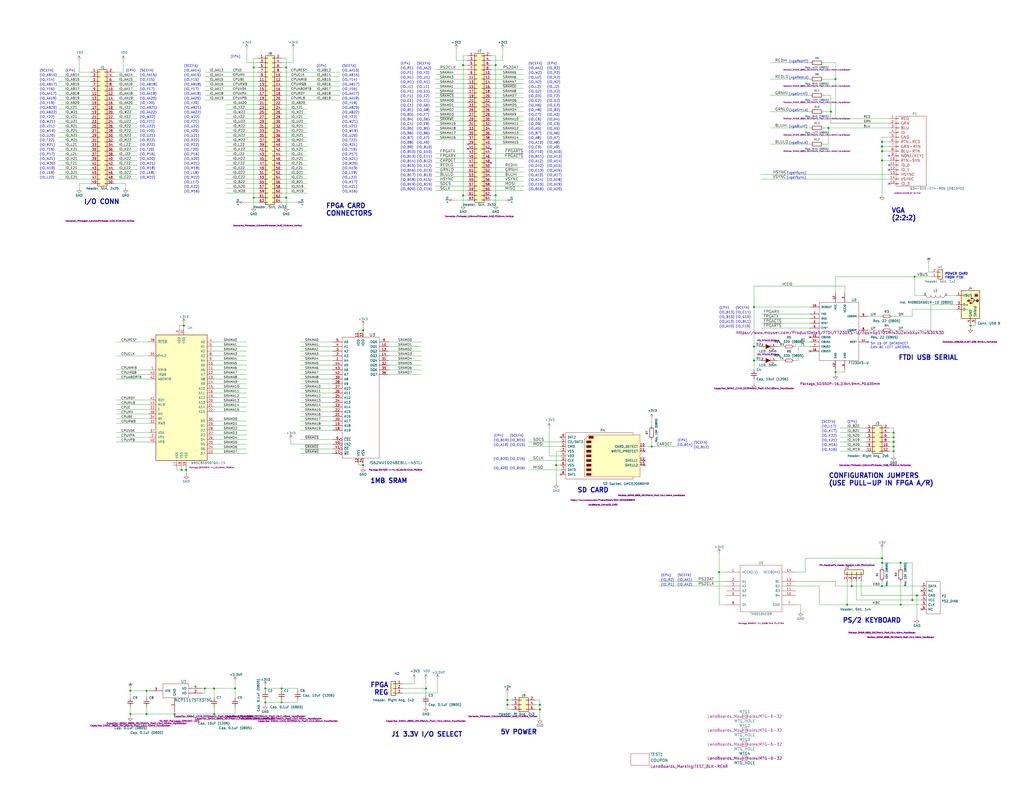
<source format=kicad_sch>
(kicad_sch (version 20211123) (generator eeschema)
  (paper "C")
  (title_block (title "RETRO-65C816") (date "2022-08-21") (rev "2") (company "land-boards.com") (comment 1 "65C816 CPU CARD"))
  (junction (at 100.33 177.8))
  (junction (at 355.6 243.84))
  (junction (at 497.84 327.66))
  (junction (at 411.48 196.85))
  (junction (at 464.82 320.04))
  (junction (at 71.12 377.19))
  (junction (at 491.49 307.34))
  (junction (at 487.68 243.84))
  (junction (at 232.41 375.92))
  (junction (at 153.67 375.92))
  (junction (at 80.01 377.19))
  (junction (at 144.78 383.54))
  (junction (at 462.28 330.2))
  (junction (at 392.43 312.42))
  (junction (at 276.86 382.27))
  (junction (at 144.78 375.92))
  (junction (at 487.68 236.22))
  (junction (at 453.39 60.96))
  (junction (at 481.33 80.01))
  (junction (at 481.33 87.63))
  (junction (at 252.73 35.56))
  (junction (at 138.43 36.83))
  (junction (at 198.12 180.34))
  (junction (at 529.59 177.8))
  (junction (at 487.68 246.38))
  (junction (at 294.64 387.35))
  (junction (at 411.48 167.64))
  (junction (at 487.68 238.76))
  (junction (at 481.33 304.8))
  (junction (at 95.25 389.89))
  (junction (at 481.33 307.34))
  (junction (at 276.86 384.81))
  (junction (at 455.93 203.2))
  (junction (at 270.51 35.56))
  (junction (at 455.93 43.18))
  (junction (at 198.12 254))
  (junction (at 270.51 106.68))
  (junction (at 71.12 389.89))
  (junction (at 128.27 375.92))
  (junction (at 294.64 384.81))
  (junction (at 101.6 256.54))
  (junction (at 111.76 375.92))
  (junction (at 481.33 320.04))
  (junction (at 80.01 389.89))
  (junction (at 116.84 389.89))
  (junction (at 411.48 189.23))
  (junction (at 499.11 151.13))
  (junction (at 500.38 325.12))
  (junction (at 116.84 375.92))
  (junction (at 99.06 256.54))
  (junction (at 452.12 69.85))
  (junction (at 138.43 107.95))
  (junction (at 156.21 36.83))
  (junction (at 252.73 106.68))
  (junction (at 153.67 383.54))
  (junction (at 156.21 107.95))
  (junction (at 481.33 77.47))
  (junction (at 303.53 254))
  (junction (at 481.33 82.55))
  (junction (at 491.49 330.2))
  (junction (at 487.68 241.3))
  (no_connect (at 267.97 88.9))
  (no_connect (at 306.07 238.76))
  (no_connect (at 485.14 100.33))
  (no_connect (at 351.79 246.38))
  (no_connect (at 351.79 251.46))
  (no_connect (at 502.92 332.74))
  (no_connect (at 485.14 92.71))
  (no_connect (at 441.96 184.15))
  (no_connect (at 351.79 254))
  (no_connect (at 255.27 81.28))
  (no_connect (at 255.27 78.74))
  (no_connect (at 502.92 322.58))
  (no_connect (at 441.96 191.77))
  (no_connect (at 306.07 259.08))
  (no_connect (at 267.97 81.28))
  (no_connect (at 473.71 186.69))
  (no_connect (at 485.14 85.09))
  (no_connect (at 485.14 90.17))
  (wire (pts (xy 485.14 246.38) (xy 487.68 246.38)))
  (wire (pts (xy 411.48 201.93) (xy 411.48 196.85)))
  (wire (pts (xy 303.53 246.38) (xy 303.53 254)))
  (wire (pts (xy 111.76 52.07) (xy 140.97 52.07)))
  (wire (pts (xy 473.71 180.34) (xy 481.33 180.34)))
  (wire (pts (xy 153.67 31.75) (xy 156.21 31.75)))
  (wire (pts (xy 285.75 40.64) (xy 267.97 40.64)))
  (wire (pts (xy 491.49 307.34) (xy 491.49 309.88)))
  (wire (pts (xy 195.58 180.34) (xy 198.12 180.34)))
  (wire (pts (xy 529.59 177.8) (xy 532.13 177.8)))
  (wire (pts (xy 255.27 66.04) (xy 237.49 66.04)))
  (wire (pts (xy 285.75 99.06) (xy 267.97 99.06)))
  (wire (pts (xy 508 166.37) (xy 521.97 166.37)))
  (wire (pts (xy 481.33 82.55) (xy 481.33 87.63)))
  (wire (pts (xy 485.14 74.93) (xy 481.33 74.93)))
  (wire (pts (xy 441.96 189.23) (xy 435.61 189.23)))
  (wire (pts (xy 255.27 40.64) (xy 237.49 40.64)))
  (wire (pts (xy 134.62 189.23) (xy 116.84 189.23)))
  (wire (pts (xy 229.87 196.85) (xy 212.09 196.85)))
  (wire (pts (xy 447.04 320.04) (xy 447.04 330.2)))
  (wire (pts (xy 181.61 196.85) (xy 163.83 196.85)))
  (wire (pts (xy 285.75 86.36) (xy 267.97 86.36)))
  (wire (pts (xy 181.61 189.23) (xy 163.83 189.23)))
  (wire (pts (xy 49.53 77.47) (xy 31.75 77.47)))
  (wire (pts (xy 49.53 74.93) (xy 31.75 74.93)))
  (wire (pts (xy 134.62 242.57) (xy 116.84 242.57)))
  (wire (pts (xy 255.27 88.9) (xy 237.49 88.9)))
  (wire (pts (xy 156.21 31.75) (xy 156.21 36.83)))
  (wire (pts (xy 67.31 39.37) (xy 67.31 33.02)))
  (wire (pts (xy 81.28 186.69) (xy 63.5 186.69)))
  (wire (pts (xy 81.28 231.14) (xy 63.5 231.14)))
  (wire (pts (xy 285.75 45.72) (xy 267.97 45.72)))
  (wire (pts (xy 74.93 97.79) (xy 62.23 97.79)))
  (wire (pts (xy 128.27 389.89) (xy 128.27 386.08)))
  (wire (pts (xy 74.93 57.15) (xy 62.23 57.15)))
  (wire (pts (xy 74.93 67.31) (xy 62.23 67.31)))
  (wire (pts (xy 434.34 189.23) (xy 433.07 189.23)))
  (wire (pts (xy 219.71 378.46) (xy 238.76 378.46)))
  (wire (pts (xy 485.14 233.68) (xy 487.68 233.68)))
  (wire (pts (xy 247.65 109.22) (xy 255.27 109.22)))
  (wire (pts (xy 285.75 66.04) (xy 267.97 66.04)))
  (wire (pts (xy 285.75 68.58) (xy 267.97 68.58)))
  (wire (pts (xy 140.97 36.83) (xy 138.43 36.83)))
  (wire (pts (xy 140.97 85.09) (xy 123.19 85.09)))
  (wire (pts (xy 140.97 77.47) (xy 123.19 77.47)))
  (wire (pts (xy 279.4 384.81) (xy 276.86 384.81)))
  (wire (pts (xy 285.75 43.18) (xy 267.97 43.18)))
  (wire (pts (xy 414.02 196.85) (xy 411.48 196.85)))
  (wire (pts (xy 49.53 87.63) (xy 31.75 87.63)))
  (wire (pts (xy 481.33 309.88) (xy 481.33 307.34)))
  (wire (pts (xy 276.86 378.46) (xy 276.86 382.27)))
  (wire (pts (xy 455.93 201.93) (xy 455.93 203.2)))
  (wire (pts (xy 270.51 30.48) (xy 270.51 35.56)))
  (wire (pts (xy 355.6 240.03) (xy 355.6 243.84)))
  (wire (pts (xy 267.97 106.68) (xy 270.51 106.68)))
  (wire (pts (xy 255.27 99.06) (xy 237.49 99.06)))
  (wire (pts (xy 481.33 304.8) (xy 439.42 304.8)))
  (wire (pts (xy 153.67 39.37) (xy 185.42 39.37)))
  (wire (pts (xy 229.87 204.47) (xy 212.09 204.47)))
  (wire (pts (xy 455.93 64.77) (xy 455.93 43.18)))
  (wire (pts (xy 255.27 83.82) (xy 237.49 83.82)))
  (wire (pts (xy 167.64 69.85) (xy 153.67 69.85)))
  (wire (pts (xy 74.93 44.45) (xy 62.23 44.45)))
  (wire (pts (xy 153.67 44.45) (xy 185.42 44.45)))
  (wire (pts (xy 487.68 243.84) (xy 487.68 246.38)))
  (wire (pts (xy 49.53 82.55) (xy 31.75 82.55)))
  (wire (pts (xy 153.67 375.92) (xy 153.67 377.19)))
  (wire (pts (xy 181.61 222.25) (xy 163.83 222.25)))
  (wire (pts (xy 359.41 320.04) (xy 396.24 320.04)))
  (wire (pts (xy 285.75 78.74) (xy 267.97 78.74)))
  (wire (pts (xy 81.28 220.98) (xy 63.5 220.98)))
  (wire (pts (xy 144.78 383.54) (xy 144.78 384.81)))
  (wire (pts (xy 128.27 375.92) (xy 128.27 381)))
  (wire (pts (xy 485.14 82.55) (xy 481.33 82.55)))
  (wire (pts (xy 285.75 55.88) (xy 267.97 55.88)))
  (wire (pts (xy 306.07 241.3) (xy 288.29 241.3)))
  (wire (pts (xy 134.62 229.87) (xy 116.84 229.87)))
  (wire (pts (xy 81.28 207.01) (xy 63.5 207.01)))
  (wire (pts (xy 441.96 43.18) (xy 420.37 43.18)))
  (wire (pts (xy 74.93 85.09) (xy 62.23 85.09)))
  (wire (pts (xy 279.4 382.27) (xy 276.86 382.27)))
  (wire (pts (xy 292.1 382.27) (xy 294.64 382.27)))
  (wire (pts (xy 472.44 238.76) (xy 458.47 238.76)))
  (wire (pts (xy 167.64 77.47) (xy 153.67 77.47)))
  (wire (pts (xy 472.44 236.22) (xy 458.47 236.22)))
  (wire (pts (xy 43.18 39.37) (xy 49.53 39.37)))
  (wire (pts (xy 508 180.34) (xy 508 166.37)))
  (wire (pts (xy 43.18 33.02) (xy 43.18 39.37)))
  (wire (pts (xy 461.01 156.21) (xy 461.01 160.02)))
  (wire (pts (xy 153.67 46.99) (xy 185.42 46.99)))
  (wire (pts (xy 255.27 35.56) (xy 252.73 35.56)))
  (wire (pts (xy 80.01 386.08) (xy 80.01 389.89)))
  (wire (pts (xy 74.93 64.77) (xy 62.23 64.77)))
  (wire (pts (xy 49.53 90.17) (xy 31.75 90.17)))
  (wire (pts (xy 167.64 90.17) (xy 153.67 90.17)))
  (wire (pts (xy 144.78 375.92) (xy 153.67 375.92)))
  (wire (pts (xy 255.27 68.58) (xy 237.49 68.58)))
  (wire (pts (xy 144.78 383.54) (xy 153.67 383.54)))
  (wire (pts (xy 134.62 222.25) (xy 116.84 222.25)))
  (wire (pts (xy 499.11 151.13) (xy 508 151.13)))
  (wire (pts (xy 226.06 373.38) (xy 226.06 370.84)))
  (wire (pts (xy 504.19 161.29) (xy 499.11 161.29)))
  (wire (pts (xy 134.62 240.03) (xy 116.84 240.03)))
  (wire (pts (xy 499.11 151.13) (xy 499.11 161.29)))
  (wire (pts (xy 424.18 189.23) (xy 427.99 189.23)))
  (wire (pts (xy 467.36 327.66) (xy 467.36 317.5)))
  (wire (pts (xy 453.39 52.07) (xy 449.58 52.07)))
  (wire (pts (xy 181.61 234.95) (xy 163.83 234.95)))
  (wire (pts (xy 49.53 57.15) (xy 31.75 57.15)))
  (wire (pts (xy 455.93 317.5) (xy 455.93 320.04)))
  (wire (pts (xy 167.64 59.69) (xy 153.67 59.69)))
  (wire (pts (xy 461.01 201.93) (xy 461.01 203.2)))
  (wire (pts (xy 267.97 109.22) (xy 275.59 109.22)))
  (wire (pts (xy 167.64 62.23) (xy 153.67 62.23)))
  (wire (pts (xy 101.6 256.54) (xy 101.6 255.27)))
  (wire (pts (xy 71.12 389.89) (xy 71.12 386.08)))
  (wire (pts (xy 486.41 180.34) (xy 508 180.34)))
  (wire (pts (xy 198.12 180.34) (xy 198.12 181.61)))
  (wire (pts (xy 71.12 375.92) (xy 71.12 377.19)))
  (wire (pts (xy 74.93 72.39) (xy 62.23 72.39)))
  (wire (pts (xy 255.27 76.2) (xy 237.49 76.2)))
  (wire (pts (xy 198.12 252.73) (xy 198.12 254)))
  (wire (pts (xy 181.61 201.93) (xy 163.83 201.93)))
  (wire (pts (xy 285.75 63.5) (xy 267.97 63.5)))
  (wire (pts (xy 97.79 177.8) (xy 100.33 177.8)))
  (wire (pts (xy 111.76 41.91) (xy 140.97 41.91)))
  (wire (pts (xy 452.12 69.85) (xy 449.58 69.85)))
  (wire (pts (xy 81.28 201.93) (xy 63.5 201.93)))
  (wire (pts (xy 267.97 33.02) (xy 274.32 33.02)))
  (wire (pts (xy 411.48 196.85) (xy 411.48 189.23)))
  (wire (pts (xy 49.53 69.85) (xy 31.75 69.85)))
  (wire (pts (xy 81.28 194.31) (xy 63.5 194.31)))
  (wire (pts (xy 49.53 59.69) (xy 31.75 59.69)))
  (wire (pts (xy 255.27 50.8) (xy 237.49 50.8)))
  (wire (pts (xy 116.84 375.92) (xy 128.27 375.92)))
  (wire (pts (xy 472.44 233.68) (xy 458.47 233.68)))
  (wire (pts (xy 116.84 389.89) (xy 116.84 386.08)))
  (wire (pts (xy 99.06 255.27) (xy 99.06 256.54)))
  (wire (pts (xy 144.78 382.27) (xy 144.78 383.54)))
  (wire (pts (xy 74.93 87.63) (xy 62.23 87.63)))
  (wire (pts (xy 80.01 389.89) (xy 95.25 389.89)))
  (wire (pts (xy 472.44 241.3) (xy 458.47 241.3)))
  (wire (pts (xy 81.28 238.76) (xy 63.5 238.76)))
  (wire (pts (xy 181.61 232.41) (xy 163.83 232.41)))
  (wire (pts (xy 473.71 172.72) (xy 481.33 172.72)))
  (wire (pts (xy 100.33 176.53) (xy 100.33 177.8)))
  (wire (pts (xy 74.93 82.55) (xy 62.23 82.55)))
  (wire (pts (xy 502.92 327.66) (xy 497.84 327.66)))
  (wire (pts (xy 96.52 255.27) (xy 96.52 256.54)))
  (wire (pts (xy 485.14 69.85) (xy 452.12 69.85)))
  (wire (pts (xy 481.33 87.63) (xy 481.33 106.68)))
  (wire (pts (xy 506.73 148.59) (xy 506.73 143.51)))
  (wire (pts (xy 81.28 218.44) (xy 63.5 218.44)))
  (wire (pts (xy 140.97 82.55) (xy 123.19 82.55)))
  (wire (pts (xy 140.97 80.01) (xy 123.19 80.01)))
  (wire (pts (xy 232.41 375.92) (xy 232.41 370.84)))
  (wire (pts (xy 491.49 317.5) (xy 491.49 330.2)))
  (wire (pts (xy 411.48 156.21) (xy 411.48 167.64)))
  (wire (pts (xy 181.61 245.11) (xy 163.83 245.11)))
  (wire (pts (xy 181.61 217.17) (xy 163.83 217.17)))
  (wire (pts (xy 134.62 217.17) (xy 116.84 217.17)))
  (wire (pts (xy 134.62 247.65) (xy 116.84 247.65)))
  (wire (pts (xy 49.53 46.99) (xy 31.75 46.99)))
  (wire (pts (xy 238.76 378.46) (xy 238.76 370.84)))
  (wire (pts (xy 469.9 317.5) (xy 469.9 325.12)))
  (wire (pts (xy 74.93 92.71) (xy 62.23 92.71)))
  (wire (pts (xy 49.53 97.79) (xy 31.75 97.79)))
  (wire (pts (xy 49.53 95.25) (xy 31.75 95.25)))
  (wire (pts (xy 153.67 54.61) (xy 185.42 54.61)))
  (wire (pts (xy 232.41 384.81) (xy 232.41 386.08)))
  (wire (pts (xy 167.64 57.15) (xy 153.67 57.15)))
  (wire (pts (xy 285.75 73.66) (xy 267.97 73.66)))
  (wire (pts (xy 49.53 85.09) (xy 31.75 85.09)))
  (wire (pts (xy 285.75 48.26) (xy 267.97 48.26)))
  (wire (pts (xy 140.97 95.25) (xy 123.19 95.25)))
  (wire (pts (xy 229.87 199.39) (xy 212.09 199.39)))
  (wire (pts (xy 181.61 242.57) (xy 158.75 242.57)))
  (wire (pts (xy 49.53 62.23) (xy 31.75 62.23)))
  (wire (pts (xy 140.97 100.33) (xy 123.19 100.33)))
  (wire (pts (xy 529.59 177.8) (xy 529.59 179.07)))
  (wire (pts (xy 462.28 317.5) (xy 462.28 330.2)))
  (wire (pts (xy 43.18 100.33) (xy 43.18 102.87)))
  (wire (pts (xy 140.97 57.15) (xy 123.19 57.15)))
  (wire (pts (xy 153.67 36.83) (xy 156.21 36.83)))
  (wire (pts (xy 140.97 92.71) (xy 123.19 92.71)))
  (wire (pts (xy 294.64 384.81) (xy 294.64 387.35)))
  (wire (pts (xy 81.28 236.22) (xy 63.5 236.22)))
  (wire (pts (xy 198.12 254) (xy 198.12 255.27)))
  (wire (pts (xy 99.06 256.54) (xy 101.6 256.54)))
  (wire (pts (xy 158.75 242.57) (xy 158.75 240.03)))
  (wire (pts (xy 74.93 95.25) (xy 62.23 95.25)))
  (wire (pts (xy 294.64 387.35) (xy 294.64 392.43)))
  (wire (pts (xy 181.61 227.33) (xy 163.83 227.33)))
  (wire (pts (xy 181.61 224.79) (xy 163.83 224.79)))
  (wire (pts (xy 462.28 330.2) (xy 491.49 330.2)))
  (wire (pts (xy 441.96 34.29) (xy 420.37 34.29)))
  (wire (pts (xy 285.75 101.6) (xy 267.97 101.6)))
  (wire (pts (xy 167.64 92.71) (xy 153.67 92.71)))
  (wire (pts (xy 167.64 85.09) (xy 153.67 85.09)))
  (wire (pts (xy 134.62 245.11) (xy 116.84 245.11)))
  (wire (pts (xy 81.28 226.06) (xy 63.5 226.06)))
  (wire (pts (xy 162.56 375.92) (xy 162.56 377.19)))
  (wire (pts (xy 497.84 168.91) (xy 497.84 172.72)))
  (wire (pts (xy 111.76 375.92) (xy 116.84 375.92)))
  (wire (pts (xy 153.67 41.91) (xy 185.42 41.91)))
  (wire (pts (xy 481.33 304.8) (xy 481.33 299.72)))
  (wire (pts (xy 74.93 62.23) (xy 62.23 62.23)))
  (wire (pts (xy 49.53 49.53) (xy 31.75 49.53)))
  (wire (pts (xy 134.62 219.71) (xy 116.84 219.71)))
  (wire (pts (xy 116.84 375.92) (xy 116.84 381)))
  (wire (pts (xy 306.07 246.38) (xy 303.53 246.38)))
  (wire (pts (xy 153.67 375.92) (xy 162.56 375.92)))
  (wire (pts (xy 255.27 38.1) (xy 237.49 38.1)))
  (wire (pts (xy 49.53 100.33) (xy 43.18 100.33)))
  (wire (pts (xy 80.01 377.19) (xy 80.01 381)))
  (wire (pts (xy 434.34 317.5) (xy 455.93 317.5)))
  (wire (pts (xy 153.67 383.54) (xy 153.67 382.27)))
  (wire (pts (xy 255.27 104.14) (xy 237.49 104.14)))
  (wire (pts (xy 355.6 243.84) (xy 351.79 243.84)))
  (wire (pts (xy 49.53 67.31) (xy 31.75 67.31)))
  (wire (pts (xy 198.12 180.34) (xy 198.12 177.8)))
  (wire (pts (xy 491.49 330.2) (xy 502.92 330.2)))
  (wire (pts (xy 167.64 67.31) (xy 153.67 67.31)))
  (wire (pts (xy 181.61 214.63) (xy 163.83 214.63)))
  (wire (pts (xy 516.89 161.29) (xy 521.97 161.29)))
  (wire (pts (xy 270.51 35.56) (xy 270.51 106.68)))
  (wire (pts (xy 134.62 196.85) (xy 116.84 196.85)))
  (wire (pts (xy 111.76 54.61) (xy 140.97 54.61)))
  (wire (pts (xy 276.86 384.81) (xy 276.86 387.35)))
  (wire (pts (xy 74.93 46.99) (xy 62.23 46.99)))
  (wire (pts (xy 140.97 74.93) (xy 123.19 74.93)))
  (wire (pts (xy 81.28 241.3) (xy 63.5 241.3)))
  (wire (pts (xy 255.27 48.26) (xy 237.49 48.26)))
  (wire (pts (xy 455.93 34.29) (xy 449.58 34.29)))
  (wire (pts (xy 303.53 254) (xy 303.53 264.16)))
  (wire (pts (xy 255.27 43.18) (xy 237.49 43.18)))
  (wire (pts (xy 255.27 33.02) (xy 248.92 33.02)))
  (wire (pts (xy 138.43 36.83) (xy 138.43 107.95)))
  (wire (pts (xy 134.62 34.29) (xy 134.62 26.67)))
  (wire (pts (xy 160.02 34.29) (xy 160.02 26.67)))
  (wire (pts (xy 167.64 97.79) (xy 153.67 97.79)))
  (wire (pts (xy 306.07 254) (xy 303.53 254)))
  (wire (pts (xy 167.64 82.55) (xy 153.67 82.55)))
  (wire (pts (xy 306.07 248.92) (xy 299.72 248.92)))
  (wire (pts (xy 133.35 110.49) (xy 140.97 110.49)))
  (wire (pts (xy 111.76 46.99) (xy 140.97 46.99)))
  (wire (pts (xy 485.14 238.76) (xy 487.68 238.76)))
  (wire (pts (xy 285.75 83.82) (xy 267.97 83.82)))
  (wire (pts (xy 472.44 246.38) (xy 458.47 246.38)))
  (wire (pts (xy 485.14 77.47) (xy 481.33 77.47)))
  (wire (pts (xy 167.64 72.39) (xy 153.67 72.39)))
  (wire (pts (xy 255.27 101.6) (xy 237.49 101.6)))
  (wire (pts (xy 255.27 53.34) (xy 237.49 53.34)))
  (wire (pts (xy 167.64 100.33) (xy 153.67 100.33)))
  (wire (pts (xy 140.97 69.85) (xy 123.19 69.85)))
  (wire (pts (xy 134.62 212.09) (xy 116.84 212.09)))
  (wire (pts (xy 167.64 105.41) (xy 153.67 105.41)))
  (wire (pts (xy 195.58 181.61) (xy 195.58 180.34)))
  (wire (pts (xy 441.96 176.53) (xy 415.29 176.53)))
  (wire (pts (xy 140.97 72.39) (xy 123.19 72.39)))
  (wire (pts (xy 140.97 105.41) (xy 123.19 105.41)))
  (wire (pts (xy 110.49 378.46) (xy 111.76 378.46)))
  (wire (pts (xy 255.27 45.72) (xy 237.49 45.72)))
  (wire (pts (xy 485.14 236.22) (xy 487.68 236.22)))
  (wire (pts (xy 74.93 90.17) (xy 62.23 90.17)))
  (wire (pts (xy 285.75 58.42) (xy 267.97 58.42)))
  (wire (pts (xy 134.62 207.01) (xy 116.84 207.01)))
  (wire (pts (xy 485.14 97.79) (xy 415.29 97.79)))
  (wire (pts (xy 439.42 304.8) (xy 439.42 312.42)))
  (wire (pts (xy 267.97 30.48) (xy 270.51 30.48)))
  (wire (pts (xy 420.37 78.74) (xy 441.96 78.74)))
  (wire (pts (xy 95.25 388.62) (xy 95.25 389.89)))
  (wire (pts (xy 439.42 312.42) (xy 434.34 312.42)))
  (wire (pts (xy 74.93 77.47) (xy 62.23 77.47)))
  (wire (pts (xy 449.58 60.96) (xy 453.39 60.96)))
  (wire (pts (xy 134.62 191.77) (xy 116.84 191.77)))
  (wire (pts (xy 49.53 44.45) (xy 31.75 44.45)))
  (wire (pts (xy 111.76 378.46) (xy 111.76 375.92)))
  (wire (pts (xy 497.84 307.34) (xy 497.84 327.66)))
  (wire (pts (xy 195.58 254) (xy 195.58 252.73)))
  (wire (pts (xy 481.33 317.5) (xy 481.33 320.04)))
  (wire (pts (xy 81.28 204.47) (xy 63.5 204.47)))
  (wire (pts (xy 255.27 63.5) (xy 237.49 63.5)))
  (wire (pts (xy 138.43 31.75) (xy 138.43 36.83)))
  (wire (pts (xy 441.96 52.07) (xy 420.37 52.07)))
  (wire (pts (xy 153.67 52.07) (xy 185.42 52.07)))
  (wire (pts (xy 285.75 50.8) (xy 267.97 50.8)))
  (wire (pts (xy 138.43 107.95) (xy 138.43 113.03)))
  (wire (pts (xy 453.39 60.96) (xy 453.39 52.07)))
  (wire (pts (xy 81.28 228.6) (xy 63.5 228.6)))
  (wire (pts (xy 49.53 64.77) (xy 31.75 64.77)))
  (wire (pts (xy 529.59 176.53) (xy 529.59 177.8)))
  (wire (pts (xy 441.96 167.64) (xy 411.48 167.64)))
  (wire (pts (xy 134.62 204.47) (xy 116.84 204.47)))
  (wire (pts (xy 449.58 78.74) (xy 452.12 78.74)))
  (wire (pts (xy 252.73 35.56) (xy 252.73 106.68)))
  (wire (pts (xy 436.88 330.2) (xy 436.88 334.01)))
  (wire (pts (xy 49.53 54.61) (xy 31.75 54.61)))
  (wire (pts (xy 96.52 256.54) (xy 99.06 256.54)))
  (wire (pts (xy 181.61 191.77) (xy 163.83 191.77)))
  (wire (pts (xy 74.93 49.53) (xy 62.23 49.53)))
  (wire (pts (xy 481.33 77.47) (xy 481.33 80.01)))
  (wire (pts (xy 294.64 382.27) (xy 294.64 384.81)))
  (wire (pts (xy 74.93 54.61) (xy 62.23 54.61)))
  (wire (pts (xy 167.64 102.87) (xy 153.67 102.87)))
  (wire (pts (xy 134.62 199.39) (xy 116.84 199.39)))
  (wire (pts (xy 181.61 204.47) (xy 163.83 204.47)))
  (wire (pts (xy 111.76 49.53) (xy 140.97 49.53)))
  (wire (pts (xy 359.41 317.5) (xy 396.24 317.5)))
  (wire (pts (xy 455.93 151.13) (xy 499.11 151.13)))
  (wire (pts (xy 140.97 102.87) (xy 123.19 102.87)))
  (wire (pts (xy 481.33 74.93) (xy 481.33 77.47)))
  (wire (pts (xy 485.14 241.3) (xy 487.68 241.3)))
  (wire (pts (xy 267.97 35.56) (xy 270.51 35.56)))
  (wire (pts (xy 276.86 382.27) (xy 276.86 384.81)))
  (wire (pts (xy 276.86 387.35) (xy 279.4 387.35)))
  (wire (pts (xy 134.62 234.95) (xy 116.84 234.95)))
  (wire (pts (xy 134.62 224.79) (xy 116.84 224.79)))
  (wire (pts (xy 167.64 80.01) (xy 153.67 80.01)))
  (wire (pts (xy 481.33 80.01) (xy 481.33 82.55)))
  (wire (pts (xy 81.28 377.19) (xy 80.01 377.19)))
  (wire (pts (xy 485.14 87.63) (xy 481.33 87.63)))
  (wire (pts (xy 134.62 186.69) (xy 116.84 186.69)))
  (wire (pts (xy 255.27 55.88) (xy 237.49 55.88)))
  (wire (pts (xy 252.73 106.68) (xy 252.73 111.76)))
  (wire (pts (xy 255.27 58.42) (xy 237.49 58.42)))
  (wire (pts (xy 392.43 312.42) (xy 396.24 312.42)))
  (wire (pts (xy 255.27 106.68) (xy 252.73 106.68)))
  (wire (pts (xy 153.67 383.54) (xy 162.56 383.54)))
  (wire (pts (xy 181.61 247.65) (xy 163.83 247.65)))
  (wire (pts (xy 49.53 41.91) (xy 31.75 41.91)))
  (wire (pts (xy 396.24 330.2) (xy 392.43 330.2)))
  (wire (pts (xy 449.58 43.18) (xy 455.93 43.18)))
  (wire (pts (xy 229.87 201.93) (xy 212.09 201.93)))
  (wire (pts (xy 434.34 320.04) (xy 447.04 320.04)))
  (wire (pts (xy 156.21 107.95) (xy 156.21 113.03)))
  (wire (pts (xy 255.27 91.44) (xy 237.49 91.44)))
  (wire (pts (xy 74.93 41.91) (xy 62.23 41.91)))
  (wire (pts (xy 487.68 238.76) (xy 487.68 241.3)))
  (wire (pts (xy 455.93 43.18) (xy 455.93 34.29)))
  (wire (pts (xy 62.23 100.33) (xy 68.58 100.33)))
  (wire (pts (xy 181.61 209.55) (xy 163.83 209.55)))
  (wire (pts (xy 521.97 168.91) (xy 497.84 168.91)))
  (wire (pts (xy 144.78 375.92) (xy 144.78 377.19)))
  (wire (pts (xy 500.38 325.12) (xy 500.38 337.82)))
  (wire (pts (xy 74.93 74.93) (xy 62.23 74.93)))
  (wire (pts (xy 481.33 307.34) (xy 481.33 304.8)))
  (wire (pts (xy 140.97 107.95) (xy 138.43 107.95)))
  (wire (pts (xy 232.41 375.92) (xy 232.41 379.73)))
  (wire (pts (xy 502.92 325.12) (xy 500.38 325.12)))
  (wire (pts (xy 270.51 106.68) (xy 270.51 111.76)))
  (wire (pts (xy 140.97 64.77) (xy 123.19 64.77)))
  (wire (pts (xy 455.93 151.13) (xy 455.93 160.02)))
  (wire (pts (xy 485.14 64.77) (xy 455.93 64.77)))
  (wire (pts (xy 167.64 64.77) (xy 153.67 64.77)))
  (wire (pts (xy 229.87 186.69) (xy 212.09 186.69)))
  (wire (pts (xy 441.96 173.99) (xy 415.29 173.99)))
  (wire (pts (xy 181.61 207.01) (xy 163.83 207.01)))
  (wire (pts (xy 153.67 49.53) (xy 185.42 49.53)))
  (wire (pts (xy 508 148.59) (xy 506.73 148.59)))
  (wire (pts (xy 411.48 156.21) (xy 461.01 156.21)))
  (wire (pts (xy 255.27 93.98) (xy 237.49 93.98)))
  (wire (pts (xy 285.75 104.14) (xy 267.97 104.14)))
  (wire (pts (xy 455.93 203.2) (xy 455.93 204.47)))
  (wire (pts (xy 68.58 100.33) (xy 68.58 102.87)))
  (wire (pts (xy 452.12 78.74) (xy 452.12 69.85)))
  (wire (pts (xy 80.01 377.19) (xy 71.12 377.19)))
  (wire (pts (xy 229.87 191.77) (xy 212.09 191.77)))
  (wire (pts (xy 97.79 179.07) (xy 97.79 177.8)))
  (wire (pts (xy 95.25 389.89) (xy 116.84 389.89)))
  (wire (pts (xy 100.33 177.8) (xy 100.33 179.07)))
  (wire (pts (xy 285.75 53.34) (xy 267.97 53.34)))
  (wire (pts (xy 485.14 243.84) (xy 487.68 243.84)))
  (wire (pts (xy 181.61 219.71) (xy 163.83 219.71)))
  (wire (pts (xy 441.96 60.96) (xy 420.37 60.96)))
  (wire (pts (xy 134.62 209.55) (xy 116.84 209.55)))
  (wire (pts (xy 49.53 80.01) (xy 31.75 80.01)))
  (wire (pts (xy 285.75 91.44) (xy 267.97 91.44)))
  (wire (pts (xy 62.23 39.37) (xy 67.31 39.37)))
  (wire (pts (xy 219.71 373.38) (xy 226.06 373.38)))
  (wire (pts (xy 252.73 30.48) (xy 252.73 35.56)))
  (wire (pts (xy 140.97 87.63) (xy 123.19 87.63)))
  (wire (pts (xy 81.28 223.52) (xy 63.5 223.52)))
  (wire (pts (xy 111.76 44.45) (xy 140.97 44.45)))
  (wire (pts (xy 392.43 312.42) (xy 392.43 330.2)))
  (wire (pts (xy 181.61 186.69) (xy 163.83 186.69)))
  (wire (pts (xy 156.21 36.83) (xy 156.21 107.95)))
  (wire (pts (xy 162.56 383.54) (xy 162.56 382.27)))
  (wire (pts (xy 453.39 67.31) (xy 453.39 60.96)))
  (wire (pts (xy 255.27 86.36) (xy 237.49 86.36)))
  (wire (pts (xy 181.61 229.87) (xy 163.83 229.87)))
  (wire (pts (xy 140.97 62.23) (xy 123.19 62.23)))
  (wire (pts (xy 140.97 34.29) (xy 134.62 34.29)))
  (wire (pts (xy 411.48 189.23) (xy 414.02 189.23)))
  (wire (pts (xy 487.68 246.38) (xy 487.68 248.92)))
  (wire (pts (xy 424.18 196.85) (xy 427.99 196.85)))
  (wire (pts (xy 485.14 80.01) (xy 481.33 80.01)))
  (wire (pts (xy 80.01 389.89) (xy 71.12 389.89)))
  (wire (pts (xy 485.14 67.31) (xy 453.39 67.31)))
  (wire (pts (xy 455.93 320.04) (xy 464.82 320.04)))
  (wire (pts (xy 434.34 330.2) (xy 436.88 330.2)))
  (wire (pts (xy 497.84 327.66) (xy 467.36 327.66)))
  (wire (pts (xy 134.62 237.49) (xy 116.84 237.49)))
  (wire (pts (xy 181.61 194.31) (xy 163.83 194.31)))
  (wire (pts (xy 219.71 375.92) (xy 232.41 375.92)))
  (wire (pts (xy 285.75 76.2) (xy 267.97 76.2)))
  (wire (pts (xy 144.78 374.65) (xy 144.78 375.92)))
  (wire (pts (xy 71.12 377.19) (xy 71.12 381)))
  (wire (pts (xy 74.93 69.85) (xy 62.23 69.85)))
  (wire (pts (xy 369.57 243.84) (xy 355.6 243.84)))
  (wire (pts (xy 447.04 330.2) (xy 462.28 330.2)))
  (wire (pts (xy 455.93 203.2) (xy 461.01 203.2)))
  (wire (pts (xy 285.75 60.96) (xy 267.97 60.96)))
  (wire (pts (xy 292.1 384.81) (xy 294.64 384.81)))
  (wire (pts (xy 411.48 167.64) (xy 411.48 189.23)))
  (wire (pts (xy 134.62 194.31) (xy 116.84 194.31)))
  (wire (pts (xy 140.97 31.75) (xy 138.43 31.75)))
  (wire (pts (xy 411.48 207.01) (xy 411.48 209.55)))
  (wire (pts (xy 181.61 212.09) (xy 163.83 212.09)))
  (wire (pts (xy 285.75 38.1) (xy 267.97 38.1)))
  (wire (pts (xy 140.97 59.69) (xy 123.19 59.69)))
  (wire (pts (xy 355.6 232.41) (xy 355.6 228.6)))
  (wire (pts (xy 469.9 325.12) (xy 500.38 325.12)))
  (wire (pts (xy 74.93 59.69) (xy 62.23 59.69)))
  (wire (pts (xy 248.92 33.02) (xy 248.92 26.67)))
  (wire (pts (xy 153.67 107.95) (xy 156.21 107.95)))
  (wire (pts (xy 292.1 387.35) (xy 294.64 387.35)))
  (wire (pts (xy 487.68 241.3) (xy 487.68 243.84)))
  (wire (pts (xy 167.64 87.63) (xy 153.67 87.63)))
  (wire (pts (xy 110.49 375.92) (xy 111.76 375.92)))
  (wire (pts (xy 306.07 256.54) (xy 288.29 256.54)))
  (wire (pts (xy 255.27 71.12) (xy 237.49 71.12)))
  (wire (pts (xy 487.68 233.68) (xy 487.68 236.22)))
  (wire (pts (xy 181.61 199.39) (xy 163.83 199.39)))
  (wire (pts (xy 134.62 214.63) (xy 116.84 214.63)))
  (wire (pts (xy 491.49 307.34) (xy 497.84 307.34)))
  (wire (pts (xy 392.43 302.26) (xy 392.43 312.42)))
  (wire (pts (xy 441.96 171.45) (xy 415.29 171.45)))
  (wire (pts (xy 134.62 201.93) (xy 116.84 201.93)))
  (wire (pts (xy 71.12 389.89) (xy 71.12 391.16)))
  (wire (pts (xy 464.82 317.5) (xy 464.82 320.04)))
  (wire (pts (xy 49.53 92.71) (xy 31.75 92.71)))
  (wire (pts (xy 167.64 74.93) (xy 153.67 74.93)))
  (wire (pts (xy 285.75 93.98) (xy 267.97 93.98)))
  (wire (pts (xy 229.87 194.31) (xy 212.09 194.31)))
  (wire (pts (xy 285.75 71.12) (xy 267.97 71.12)))
  (wire (pts (xy 111.76 39.37) (xy 140.97 39.37)))
  (wire (pts (xy 49.53 52.07) (xy 31.75 52.07)))
  (wire (pts (xy 441.96 179.07) (xy 415.29 179.07)))
  (wire (pts (xy 116.84 389.89) (xy 128.27 389.89)))
  (wire (pts (xy 487.68 236.22) (xy 487.68 238.76)))
  (wire (pts (xy 472.44 243.84) (xy 458.47 243.84)))
  (wire (pts (xy 299.72 248.92) (xy 299.72 233.68)))
  (wire (pts (xy 434.34 186.69) (xy 434.34 189.23)))
  (wire (pts (xy 181.61 240.03) (xy 163.83 240.03)))
  (wire (pts (xy 441.96 69.85) (xy 420.37 69.85)))
  (wire (pts (xy 128.27 372.11) (xy 128.27 375.92)))
  (wire (pts (xy 306.07 251.46) (xy 288.29 251.46)))
  (wire (pts (xy 153.67 110.49) (xy 161.29 110.49)))
  (wire (pts (xy 198.12 254) (xy 195.58 254)))
  (wire (pts (xy 255.27 60.96) (xy 237.49 60.96)))
  (wire (pts (xy 481.33 320.04) (xy 502.92 320.04)))
  (wire (pts (xy 306.07 243.84) (xy 288.29 243.84)))
  (wire (pts (xy 153.67 34.29) (xy 160.02 34.29)))
  (wire (pts (xy 255.27 30.48) (xy 252.73 30.48)))
  (wire (pts (xy 255.27 96.52) (xy 237.49 96.52)))
  (wire (pts (xy 140.97 67.31) (xy 123.19 67.31)))
  (wire (pts (xy 167.64 95.25) (xy 153.67 95.25)))
  (wire (pts (xy 101.6 256.54) (xy 101.6 259.08)))
  (wire (pts (xy 435.61 196.85) (xy 433.07 196.85)))
  (wire (pts (xy 285.75 96.52) (xy 267.97 96.52)))
  (wire (pts (xy 441.96 186.69) (xy 434.34 186.69)))
  (wire (pts (xy 140.97 90.17) (xy 123.19 90.17)))
  (wire (pts (xy 532.13 177.8) (xy 532.13 176.53)))
  (wire (pts (xy 74.93 52.07) (xy 62.23 52.07)))
  (wire (pts (xy 49.53 72.39) (xy 31.75 72.39)))
  (wire (pts (xy 486.41 172.72) (xy 497.84 172.72)))
  (wire (pts (xy 481.33 307.34) (xy 491.49 307.34)))
  (wire (pts (xy 140.97 97.79) (xy 123.19 97.79)))
  (wire (pts (xy 229.87 189.23) (xy 212.09 189.23)))
  (wire (pts (xy 255.27 73.66) (xy 237.49 73.66)))
  (wire (pts (xy 464.82 320.04) (xy 481.33 320.04)))
  (wire (pts (xy 274.32 33.02) (xy 274.32 26.67)))
  (wire (pts (xy 74.93 80.01) (xy 62.23 80.01)))
  (wire (pts (xy 435.61 189.23) (xy 435.61 196.85)))
  (wire (pts (xy 485.14 95.25) (xy 415.29 95.25)))
  (wire (pts (xy 134.62 232.41) (xy 116.84 232.41)))
  (text "(IO_K21)" (at 448.31 241.3 0) (effects (font (size 1.27 1.27)) (justify left bottom)))
  (text "(IO_U21)" (at 76.2 74.93 0) (effects (font (size 1.27 1.27)) (justify left bottom)))
  (text "(IO_AB15)" (at 21.59 41.91 0) (effects (font (size 1.27 1.27)) (justify left bottom)))
  (text "(IO_B5)" (at 227.33 71.12 0) (effects (font (size 1.27 1.27)) (justify left bottom)))
  (text "(IO_B18)" (at 218.44 99.06 0) (effects (font (size 1.27 1.27)) (justify left bottom)))
  (text "(IO_B10)" (at 227.33 81.28 0) (effects (font (size 1.27 1.27)) (justify left bottom)))
  (text "(5CEFA)" (at 76.2 39.37 0) (effects (font (size 1.27 1.27)) (justify left bottom)))
  (text "(EP4)" (at 269.24 238.76 0) (effects (font (size 1.27 1.27)) (justify left bottom)))
  (text "(IO_J1)" (at 218.44 48.26 0) (effects (font (size 1.27 1.27)) (justify left bottom)))
  (text "(IO_N16)" (at 186.69 105.41 0) (effects (font (size 1.27 1.27)) (justify left bottom)))
  (text "(IO_R2)" (at 298.45 38.1 0) (effects (font (size 1.27 1.27)) (justify left bottom)))
  (text "(IO_B17)" (at 218.44 96.52 0) (effects (font (size 1.27 1.27)) (justify left bottom)))
  (text "(IO_C2)" (at 288.29 55.88 0) (effects (font (size 1.27 1.27)) (justify left bottom)))
  (text "(IO_AA2)" (at 227.33 38.1 0) (effects (font (size 1.27 1.27)) (justify left bottom)))
  (text "(IO_A13)" (at 288.29 96.52 0) (effects (font (size 1.27 1.27)) (justify left bottom)))
  (text "1MB SRAM" (at 201.93 264.16 0) (effects (font (size 2.54 2.54) (thickness 0.508) bold) (justify left bottom)))
  (text "(IO_AA1)" (at 288.29 38.1 0) (effects (font (size 1.27 1.27)) (justify left bottom)))
  (text "(vgaVSync)" (at 429.26 97.79 0) (effects (font (size 1.27 1.27)) (justify left bottom)))
  (text "(IO_A5)" (at 288.29 71.12 0) (effects (font (size 1.27 1.27)) (justify left bottom)))
  (text "(vgaRedLo)" (at 430.53 43.18 0) (effects (font (size 1.27 1.27)) (justify left bottom)))
  (text "(IO_Y19)" (at 186.69 57.15 0) (effects (font (size 1.27 1.27)) (justify left bottom)))
  (text "(IO_N1)" (at 218.44 43.18 0) (effects (font (size 1.27 1.27)) (justify left bottom)))
  (text "(vgaBluLo)" (at 430.53 78.74 0) (effects (font (size 1.27 1.27)) (justify left bottom)))
  (text "(IO_H8)" (at 288.29 60.96 0) (effects (font (size 1.27 1.27)) (justify left bottom)))
  (text "(IO_C9)" (at 288.29 81.28 0) (effects (font (size 1.27 1.27)) (justify left bottom)))
  (text "(IO_AA19)" (at 21.59 54.61 0) (effects (font (size 1.27 1.27)) (justify left bottom)))
  (text "(vgaHSync)" (at 429.26 95.25 0) (effects (font (size 1.27 1.27)) (justify left bottom)))
  (text "(IO_C15)" (at 278.13 243.84 0) (effects (font (size 1.27 1.27)) (justify left bottom)))
  (text "(IO_K17)" (at 186.69 100.33 0) (effects (font (size 1.27 1.27)) (justify left bottom)))
  (text "(IO_B7)" (at 288.29 73.66 0) (effects (font (size 1.27 1.27)) (justify left bottom)))
  (text "(IO_Y14)" (at 186.69 44.45 0) (effects (font (size 1.27 1.27)) (justify left bottom)))
  (text "(IO_Y21)" (at 76.2 67.31 0) (effects (font (size 1.27 1.27)) (justify left bottom)))
  (text "(IO_G10)" (at 401.32 173.99 0) (effects (font (size 1.27 1.27)) (justify left bottom)))
  (text "(IO_Y20)" (at 76.2 57.15 0) (effects (font (size 1.27 1.27)) (justify left bottom)))
  (text "FTDI USB SERIAL" (at 490.22 196.85 0) (effects (font (size 2.54 2.54) (thickness 0.508) bold) (justify left bottom)))
  (text "(IO_B6)" (at 218.44 73.66 0) (effects (font (size 1.27 1.27)) (justify left bottom)))
  (text "(IO_A3)" (at 298.45 63.5 0) (effects (font (size 1.27 1.27)) (justify left bottom)))
  (text "(IO_B11)" (at 288.29 86.36 0) (effects (font (size 1.27 1.27)) (justify left bottom)))
  (text "(IO_N2)" (at 288.29 45.72 0) (effects (font (size 1.27 1.27)) (justify left bottom)))
  (text "(IO_E9)" (at 227.33 68.58 0) (effects (font (size 1.27 1.27)) (justify left bottom)))
  (text "(IO_P2)" (at 298.45 40.64 0) (effects (font (size 1.27 1.27)) (justify left bottom)))
  (text "(IO_AB22)" (at 21.59 62.23 0) (effects (font (size 1.27 1.27)) (justify left bottom)))
  (text "(IO_N19)" (at 21.59 92.71 0) (effects (font (size 1.27 1.27)) (justify left bottom)))
  (text "(IO_H1)" (at 218.44 50.8 0) (effects (font (size 1.27 1.27)) (justify left bottom)))
  (text "(IO_B19)" (at 269.24 241.3 0) (effects (font (size 1.27 1.27)) (justify left bottom)))
  (text "(IO_A15)" (at 227.33 99.06 0) (effects (font (size 1.27 1.27)) (justify left bottom)))
  (text "(IO_A12)" (at 288.29 88.9 0) (effects (font (size 1.27 1.27)) (justify left bottom)))
  (text "(IO_V21)" (at 186.69 69.85 0) (effects (font (size 1.27 1.27)) (justify left bottom)))
  (text "(IO_Y17)" (at 76.2 49.53 0) (effects (font (size 1.27 1.27)) (justify left bottom)))
  (text "(IO_R22)" (at 100.33 77.47 0) (effects (font (size 1.27 1.27)) (justify left bottom)))
  (text "(IO_AB18)" (at 76.2 46.99 0) (effects (font (size 1.27 1.27)) (justify left bottom)))
  (text "(IO_A6)" (at 298.45 73.66 0) (effects (font (size 1.27 1.27)) (justify left bottom)))
  (text "(IO_G2)" (at 288.29 50.8 0) (effects (font (size 1.27 1.27)) (justify left bottom)))
  (text "I/O CONN" (at 45.72 111.76 0) (effects (font (size 2.54 2.54) (thickness 0.508) bold) (justify left bottom)))
  (text "(IO_W19)" (at 186.69 72.39 0) (effects (font (size 1.27 1.27)) (justify left bottom)))
  (text "(IO_B6)" (at 227.33 73.66 0) (effects (font (size 1.27 1.27)) (justify left bottom)))
  (text "(IO_N1)" (at 227.33 45.72 0) (effects (font (size 1.27 1.27)) (justify left bottom)))
  (text "(IO_T19)" (at 186.69 82.55 0) (effects (font (size 1.27 1.27)) (justify left bottom)))
  (text "(IO_P17)" (at 186.69 85.09 0) (effects (font (size 1.27 1.27)) (justify left bottom)))
  (text "(IO_P1)" (at 218.44 40.64 0) (effects (font (size 1.27 1.27)) (justify left bottom)))
  (text "(5CEFA)" (at 100.33 36.83 0) (effects (font (size 1.27 1.27)) (justify left bottom)))
  (text "(5CEFA)" (at 448.31 231.14 0) (effects (font (size 1.27 1.27)) (justify left bottom)))
  (text "(IO_A16)" (at 298.45 93.98 0) (effects (font (size 1.27 1.27)) (justify left bottom)))
  (text "FPGA CARD\nCONNECTORS" (at 177.8 118.11 0) (effects (font (size 2.54 2.54) (thickness 0.508) bold) (justify left bottom)))
  (text "(IO_P22)" (at 76.2 80.01 0) (effects (font (size 1.27 1.27)) (justify left bottom)))
  (text "(IO_M1)" (at 218.44 45.72 0) (effects (font (size 1.27 1.27)) (justify left bottom)))
  (text "(IO_L1)" (at 227.33 48.26 0) (effects (font (size 1.27 1.27)) (justify left bottom)))
  (text "(IO_A7)" (at 227.33 76.2 0) (effects (font (size 1.27 1.27)) (justify left bottom)))
  (text "(IO_A17)" (at 298.45 96.52 0) (effects (font (size 1.27 1.27)) (justify left bottom)))
  (text "(IO_T22)" (at 21.59 77.47 0) (effects (font (size 1.27 1.27)) (justify left bottom)))
  (text "(IO_A19)" (at 269.24 243.84 0) (effects (font (size 1.27 1.27)) (justify left bottom)))
  (text "(vgaBluHi)" (at 430.53 69.85 0) (effects (font (size 1.27 1.27)) (justify left bottom)))
  (text "(5CEFA)" (at 378.46 242.57 0) (effects (font (size 1.27 1.27)) (justify left bottom)))
  (text "POWER CARD \nFROM FTDI" (at 515.62 152.4 0) (effects (font (size 1.27 1.27) (thickness 0.254) bold) (justify left bottom)))
  (text "(IO_C11)" (at 401.32 171.45 0) (effects (font (size 1.27 1.27)) (justify left bottom)))
  (text "(IO_AB17)" (at 21.59 46.99 0) (effects (font (size 1.27 1.27)) (justify left bottom)))
  (text "(IO_M20)" (at 186.69 90.17 0) (effects (font (size 1.27 1.27)) (justify left bottom)))
  (text "CONFIGURATION JUMPERS\n(USE PULL-UP IN FPGA A/R)" (at 452.12 265.43 0) (effects (font (size 2.54 2.54) (thickness 0.508) bold) (justify left bottom)))
  (text "(IO_A18)" (at 298.45 99.06 0) (effects (font (size 1.27 1.27)) (justify left bottom)))
  (text "(IO_AB17)" (at 186.69 46.99 0) (effects (font (size 1.27 1.27)) (justify left bottom)))
  (text "(IO_U20)" (at 21.59 74.93 0) (effects (font (size 1.27 1.27)) (justify left bottom)))
  (text "(IO_M16)" (at 448.31 243.84 0) (effects (font (size 1.27 1.27)) (justify left bottom)))
  (text "(IO_Y21)" (at 100.33 67.31 0) (effects (font (size 1.27 1.27)) (justify left bottom)))
  (text "(IO_A9)" (at 227.33 78.74 0) (effects (font (size 1.27 1.27)) (justify left bottom)))
  (text "(IO_T22)" (at 186.69 77.47 0) (effects (font (size 1.27 1.27)) (justify left bottom)))
  (text "(IO_AB21)" (at 100.33 59.69 0) (effects (font (size 1.27 1.27)) (justify left bottom)))
  (text "(IO_G1)" (at 227.33 50.8 0) (effects (font (size 1.27 1.27)) (justify left bottom)))
  (text "(IO_V20)" (at 76.2 72.39 0) (effects (font (size 1.27 1.27)) (justify left bottom)))
  (text "(IO_Y16)" (at 186.69 49.53 0) (effects (font (size 1.27 1.27)) (justify left bottom)))
  (text "(IO_P17)" (at 21.59 85.09 0) (effects (font (size 1.27 1.27)) (justify left bottom)))
  (text "(IO_L17)" (at 448.31 233.68 0) (effects (font (size 1.27 1.27)) (justify left bottom)))
  (text "(5CEFA)" (at 186.69 36.83 0) (effects (font (size 1.27 1.27)) (justify left bottom)))
  (text "(IO_R21)" (at 186.69 80.01 0) (effects (font (size 1.27 1.27)) (justify left bottom)))
  (text "(IO_M22)" (at 100.33 97.79 0) (effects (font (size 1.27 1.27)) (justify left bottom)))
  (text "(IO_A4)" (at 298.45 66.04 0) (effects (font (size 1.27 1.27)) (justify left bottom)))
  (text "(IO_C16)" (at 227.33 104.14 0) (effects (font (size 1.27 1.27)) (justify left bottom)))
  (text "(EP4)" (at 392.43 168.91 0) (effects (font (size 1.27 1.27)) (justify left bottom)))
  (text "(IO_U22)" (at 100.33 69.85 0) (effects (font (size 1.27 1.27)) (justify left bottom)))
  (text "J1 3.3V I/O SELECT" (at 213.36 402.59 0) (effects (font (size 2.54 2.54) (thickness 0.508) bold) (justify left bottom)))
  (text "PS/2 KEYBOARD" (at 459.74 340.36 0) (effects (font (size 2.54 2.54) (thickness 0.508) bold) (justify left bottom)))
  (text "(5CEFA)" (at 278.13 238.76 0) (effects (font (size 1.27 1.27)) (justify left bottom)))
  (text "(IO_H6)" (at 288.29 58.42 0) (effects (font (size 1.27 1.27)) (justify left bottom)))
  (text "(IO_L19)" (at 21.59 95.25 0) (effects (font (size 1.27 1.27)) (justify left bottom)))
  (text "(IO_AA14)" (at 100.33 39.37 0) (effects (font (size 1.27 1.27)) (justify left bottom)))
  (text "(IO_C4)" (at 218.44 68.58 0) (effects (font (size 1.27 1.27)) (justify left bottom)))
  (text "(IO_R1)" (at 218.44 38.1 0) (effects (font (size 1.27 1.27)) (justify left bottom)))
  (text "(IO_B4)" (at 218.44 66.04 0) (effects (font (size 1.27 1.27)) (justify left bottom)))
  (text "(IO_D6)" (at 227.33 66.04 0) (effects (font (size 1.27 1.27)) (justify left bottom)))
  (text "(IO_K22)" (at 448.31 238.76 0) (effects (font (size 1.27 1.27)) (justify left bottom)))
  (text "(IO_AA13)" (at 186.69 39.37 0) (effects (font (size 1.27 1.27)) (justify left bottom)))
  (text "(IO_B1)" (at 218.44 60.96 0) (effects (font (size 1.27 1.27)) (justify left bottom)))
  (text "(IO_W21)" (at 21.59 67.31 0) (effects (font (size 1.27 1.27)) (justify left bottom)))
  (text "(IO_B16)" (at 218.44 93.98 0) (effects (font (size 1.27 1.27)) (justify left bottom)))
  (text "(IO_A13)" (at 298.45 86.36 0) (effects (font (size 1.27 1.27)) (justify left bottom)))
  (text "(EP4)" (at 298.45 35.56 0) (effects (font (size 1.27 1.27)) (justify left bottom)))
  (text "(IO_D12)" (at 288.29 91.44 0) (effects (font (size 1.27 1.27)) (justify left bottom)))
  (text "(IO_B16)" (at 278.13 256.54 0) (effects (font (size 1.27 1.27)) (justify left bottom)))
  (text "(IO_C1)" (at 227.33 55.88 0) (effects (font (size 1.27 1.27)) (justify left bottom)))
  (text "(IO_U2)" (at 288.29 43.18 0) (effects (font (size 1.27 1.27)) (justify left bottom)))
  (text "(IO_A7)" (at 298.45 76.2 0) (effects (font (size 1.27 1.27)) (justify left bottom)))
  (text "(IO_C1)" (at 218.44 58.42 0) (effects (font (size 1.27 1.27)) (justify left bottom)))
  (text "(IO_W21)" (at 186.69 67.31 0) (effects (font (size 1.27 1.27)) (justify left bottom)))
  (text "(IO_N21)" (at 186.69 87.63 0) (effects (font (size 1.27 1.27)) (justify left bottom)))
  (text "(IO_F10)" (at 401.32 179.07 0) (effects (font (size 1.27 1.27)) (justify left bottom)))
  (text "(vgaGrnHi)" (at 430.53 52.07 0) (effects (font (size 1.27 1.27)) (justify left bottom)))
  (text "(IO_AB22)" (at 186.69 62.23 0) (effects (font (size 1.27 1.27)) (justify left bottom)))
  (text "(EP4)" (at 462.28 231.14 0) (effects (font (size 1.27 1.27)) (justify left bottom)))
  (text "(IO_B10)" (at 392.43 173.99 0) (effects (font (size 1.27 1.27)) (justify left bottom)))
  (text "(IO_M18)" (at 76.2 92.71 0) (effects (font (size 1.27 1.27)) (justify left bottom)))
  (text "(IO_C15)" (at 288.29 101.6 0) (effects (font (size 1.27 1.27)) (justify left bottom)))
  (text "(IO_U1)" (at 227.33 43.18 0) (effects (font (size 1.27 1.27)) (justify left bottom)))
  (text "(IO_M20)" (at 21.59 90.17 0) (effects (font (size 1.27 1.27)) (justify left bottom)))
  (text "(IO_U22)" (at 76.2 69.85 0) (effects (font (size 1.27 1.27)) (justify left bottom)))
  (text "(IO_A8)" (at 298.45 78.74 0) (effects (font (size 1.27 1.27)) (justify left bottom)))
  (text "(IO_AA20)" (at 100.33 54.61 0) (effects (font (size 1.27 1.27)) (justify left bottom)))
  (text "(IO_AA15)" (at 100.33 41.91 0) (effects (font (size 1.27 1.27)) (justify left bottom)))
  (text "(IO_AA22)" (at 76.2 62.23 0) (effects (font (size 1.27 1.27)) (justify left bottom)))
  (text "(IO_Y15)" (at 100.33 44.45 0) (effects (font (size 1.27 1.27)) (justify left bottom)))
  (text "(IO_A10)" (at 392.43 179.07 0) (effects (font (size 1.27 1.27)) (justify left bottom)))
  (text "(IO_M18)" (at 100.33 92.71 0) (effects (font (size 1.27 1.27)) (justify left bottom)))
  (text "5V POWER" (at 273.05 401.32 0) (effects (font (size 2.54 2.54) (thickness 0.508) bold) (justify left bottom)))
  (text "(IO_B19)" (at 218.44 101.6 0) (effects (font (size 1.27 1.27)) (justify left bottom)))
  (text "(IO_AA2)" (at 369.57 320.04 0) (effects (font (size 1.27 1.27)) (justify left bottom)))
  (text "(IO_U21)" (at 100.33 74.93 0) (effects (font (size 1.27 1.27)) (justify left bottom)))
  (text "(IO_C2)" (at 298.45 58.42 0) (effects (font (size 1.27 1.27)) (justify left bottom)))
  (text "(EP4)" (at 369.57 241.3 0) (effects (font (size 1.27 1.27)) (justify left bottom)))
  (text "(IO_B12)" (at 227.33 88.9 0) (effects (font (size 1.27 1.27)) (justify left bottom)))
  (text "(IO_AB21)" (at 76.2 59.69 0) (effects (font (size 1.27 1.27)) (justify left bottom)))
  (text "(IO_B13)" (at 227.33 96.52 0) (effects (font (size 1.27 1.27)) (justify left bottom)))
  (text "(IO_T19)" (at 21.59 82.55 0) (effects (font (size 1.27 1.27)) (justify left bottom)))
  (text "(IO_Y19)" (at 21.59 57.15 0) (effects (font (size 1.27 1.27)) (justify left bottom)))
  (text "(IO_D13)" (at 227.33 93.98 0) (effects (font (size 1.27 1.27)) (justify left bottom)))
  (text "SH 15 OF DATASHEET\nCAN BE LEFT UNCONN." (at 474.98 190.5 0) (effects (font (size 1.27 1.27)) (justify left bottom)))
  (text "(IO_B13)" (at 392.43 171.45 0) (effects (font (size 1.27 1.27)) (justify left bottom)))
  (text "(IO_L17)" (at 100.33 100.33 0) (effects (font (size 1.27 1.27)) (justify left bottom)))
  (text "(IO_M21)" (at 76.2 90.17 0) (effects (font (size 1.27 1.27)) (justify left bottom)))
  (text "(IO_V20)" (at 100.33 72.39 0) (effects (font (size 1.27 1.27)) (justify left bottom)))
  (text "(IO_D2)" (at 298.45 55.88 0) (effects (font (size 1.27 1.27)) (justify left bottom)))
  (text "(5CEFA)" (at 369.57 314.96 0) (effects (font (size 1.27 1.27)) (justify left bottom)))
  (text "(IO_B15)" (at 227.33 101.6 0) (effects (font (size 1.27 1.27)) (justify left bottom)))
  (text "(EP4)" (at 68.58 39.37 0) (effects (font (size 1.27 1.27)) (justify left bottom)))
  (text "(IO_P16)" (at 76.2 85.09 0) (effects (font (size 1.27 1.27)) (justify left bottom)))
  (text "(IO_AA18)" (at 100.33 52.07 0) (effects (font (size 1.27 1.27)) (justify left bottom)))
  (text "(IO_A15)" (at 298.45 91.44 0) (effects (font (size 1.27 1.27)) (justify left bottom)))
  (text "(IO_G6)" (at 227.33 58.42 0) (effects (font (size 1.27 1.27)) (justify left bottom)))
  (text "(IO_W19)" (at 21.59 72.39 0) (effects (font (size 1.27 1.27)) (justify left bottom)))
  (text "(IO_F2)" (at 298.45 53.34 0) (effects (font (size 1.27 1.27)) (justify left bottom)))
  (text "SD CARD" (at 314.96 269.24 0) (effects (font (size 2.54 2.54) (thickness 0.508) bold) (justify left bottom)))
  (text "(IO_B14)" (at 369.57 243.84 0) (effects (font (size 1.27 1.27)) (justify left bottom)))
  (text "(5CEFA)" (at 288.29 35.56 0) (effects (font (size 1.27 1.27)) (justify left bottom)))
  (text "(IO_AA19)" (at 186.69 54.61 0) (effects (font (size 1.27 1.27)) (justify left bottom)))
  (text "(IO_B8)" (at 218.44 78.74 0) (effects (font (size 1.27 1.27)) (justify left bottom)))
  (text "(IO_A10)" (at 288.29 78.74 0) (effects (font (size 1.27 1.27)) (justify left bottom)))
  (text "(IO_C13)" (at 288.29 93.98 0) (effects (font (size 1.27 1.27)) (justify left bottom)))
  (text "(IO_Y17)" (at 100.33 49.53 0) (effects (font (size 1.27 1.27)) (justify left bottom)))
  (text "(EP4)" (at 125.73 31.75 0) (effects (font (size 1.27 1.27)) (justify left bottom)))
  (text "(IO_L19)" (at 186.69 95.25 0) (effects (font (size 1.27 1.27)) (justify left bottom)))
  (text "(IO_E1)" (at 218.44 55.88 0) (effects (font (size 1.27 1.27)) (justify left bottom)))
  (text "(IO_G10)" (at 227.33 83.82 0) (effects (font (size 1.27 1.27)) (justify left bottom)))
  (text "(IO_B7)" (at 218.44 76.2 0) (effects (font (size 1.27 1.27)) (justify left bottom)))
  (text "(5CEFA)" (at 21.59 39.37 0) (effects (font (size 1.27 1.27)) (justify left bottom)))
  (text "(IO_F1)" (at 218.44 53.34 0) (effects (font (size 1.27 1.27)) (justify left bottom)))
  (text "(IO_R2)" (at 360.68 317.5 0) (effects (font (size 1.27 1.27)) (justify left bottom)))
  (text "(IO_AA15)" (at 76.2 41.91 0) (effects (font (size 1.27 1.27)) (justify left bottom)))
  (text "(IO_B15)" (at 218.44 91.44 0) (effects (font (size 1.27 1.27)) (justify left bottom)))
  (text "(IO_E7)" (at 288.29 63.5 0) (effects (font (size 1.27 1.27)) (justify left bottom)))
  (text "(IO_B20)" (at 218.44 104.14 0) (effects (font (size 1.27 1.27)) (justify left bottom)))
  (text "(IO_A14)" (at 288.29 99.06 0) (effects (font (size 1.27 1.27)) (justify left bottom)))
  (text "(IO_AB18)" (at 100.33 46.99 0) (effects (font (size 1.27 1.27)) (justify left bottom)))
  (text "(IO_L22)" (at 21.59 97.79 0) (effects (font (size 1.27 1.27)) (justify left bottom)))
  (text "(IO_A14)" (at 298.45 88.9 0) (effects (font (size 1.27 1.27)) (justify left bottom)))
  (text "(IO_F10)" (at 288.29 83.82 0) (effects (font (size 1.27 1.27)) (justify left bottom)))
  (text "(IO_B2)" (at 298.45 60.96 0) (effects (font (size 1.27 1.27)) (justify left bottom)))
  (text "(IO_A20)" (at 298.45 104.14 0) (effects (font (size 1.27 1.27)) (justify left bottom)))
  (text "(IO_L18)" (at 100.33 95.25 0) (effects (font (size 1.27 1.27)) (justify left bottom)))
  (text "(IO_B11)" (at 401.32 176.53 0) (effects (font (size 1.27 1.27)) (justify left bottom)))
  (text "(IO_D3)" (at 288.29 53.34 0) (effects (font (size 1.27 1.27)) (justify left bottom)))
  (text "(IO_Y3)" (at 227.33 40.64 0) (effects (font (size 1.27 1.27)) (justify left bottom)))
  (text "(IO_F7)" (at 227.33 63.5 0) (effects (font (size 1.27 1.27)) (justify left bottom)))
  (text "(IO_C11)" (at 227.33 86.36 0) (effects (font (size 1.27 1.27)) (justify left bottom)))
  (text "(IO_P16)" (at 100.33 85.09 0) (effects (font (size 1.27 1.27)) (justify left bottom)))
  (text "(IO_R1)" (at 360.68 320.04 0) (effects (font (size 1.27 1.27)) (justify left bottom)))
  (text "(IO_R22)" (at 76.2 77.47 0) (effects (font (size 1.27 1.27)) (justify left bottom)))
  (text "(IO_N19)" (at 186.69 92.71 0) (effects (font (size 1.27 1.27)) (justify left bottom)))
  (text "(vgaRedHi)" (at 430.53 34.29 0) (effects (font (size 1.27 1.27)) (justify left bottom)))
  (text "(5CEFA)" (at 227.33 35.56 0) (effects (font (size 1.27 1.27)) (justify left bottom)))
  (text "(IO_AA22)" (at 100.33 62.23 0) (effects (font (size 1.27 1.27)) (justify left bottom)))
  (text "(IO_B3)" (at 218.44 63.5 0) (effects (font (size 1.27 1.27)) (justify left bottom)))
  (text "(IO_G8)" (at 227.33 60.96 0) (effects (font (size 1.27 1.27)) (justify left bottom)))
  (text "(IO_B16)" (at 288.29 104.14 0) (effects (font (size 1.27 1.27)) (justify left bottom)))
  (text "(IO_K17)" (at 448.31 236.22 0) (effects (font (size 1.27 1.27)) (justify left bottom)))
  (text "(IO_H2)" (at 298.45 50.8 0) (effects (font (size 1.27 1.27)) (justify left bottom)))
  (text "(IO_L22)" (at 186.69 97.79 0) (effects (font (size 1.27 1.27)) (justify left bottom)))
  (text "(IO_AA17)" (at 21.59 52.07 0) (effects (font (size 1.27 1.27)) (justify left bottom)))
  (text "(IO_C3)" (at 298.45 68.58 0) (effects (font (size 1.27 1.27)) (justify left bottom)))
  (text "(IO_E12)" (at 227.33 91.44 0) (effects (font (size 1.27 1.27)) (justify left bottom)))
  (text "(IO_Y15)" (at 76.2 44.45 0) (effects (font (size 1.27 1.27)) (justify left bottom)))
  (text "(IO_AB20)" (at 21.59 59.69 0) (effects (font (size 1.27 1.27)) (justify left bottom)))
  (text "(IO_J2)" (at 298.45 48.26 0) (effects (font (size 1.27 1.27)) (justify left bottom)))
  (text "(IO_P22)" (at 100.33 80.01 0) (effects (font (size 1.27 1.27)) (justify left bottom)))
  (text "(IO_AA17)" (at 186.69 52.07 0) (effects (font (size 1.27 1.27)) (justify left bottom)))
  (text "(IO_T20)" (at 76.2 82.55 0) (effects (font (size 1.27 1.27)) (justify left bottom)))
  (text "(IO_T20)" (at 100.33 82.55 0) (effects (font (size 1.27 1.27)) (justify left bottom)))
  (text "(IO_D9)" (at 288.29 68.58 0) (effects (font (size 1.27 1.27)) (justify left bottom)))
  (text "(IO_R21)" (at 21.59 80.01 0) (effects (font (size 1.27 1.27)) (justify left bottom)))
  (text "(IO_L2)" (at 288.29 48.26 0) (effects (font (size 1.27 1.27)) (justify left bottom)))
  (text "(IO_K21)" (at 186.69 102.87 0) (effects (font (size 1.27 1.27)) (justify left bottom)))
  (text "(IO_Y22)" (at 21.59 64.77 0) (effects (font (size 1.27 1.27)) (justify left bottom)))
  (text "(IO_B20)" (at 269.24 251.46 0) (effects (font (size 1.27 1.27)) (justify left bottom)))
  (text "(IO_B14)" (at 218.44 88.9 0) (effects (font (size 1.27 1.27)) (justify left bottom)))
  (text "(IO_A8)" (at 288.29 76.2 0) (effects (font (size 1.27 1.27)) (justify left bottom)))
  (text "(IO_Y20)" (at 100.33 57.15 0) (effects (font (size 1.27 1.27)) (justify left bottom)))
  (text "(IO_U20)" (at 186.69 74.93 0) (effects (font (size 1.27 1.27)) (justify left bottom)))
  (text "(IO_B13)" (at 218.44 86.36 0) (effects (font (size 1.27 1.27)) (justify left bottom)))
  (text "(IO_L18)" (at 76.2 95.25 0) (effects (font (size 1.27 1.27)) (justify left bottom)))
  (text "(IO_A9)" (at 298.45 81.28 0) (effects (font (size 1.27 1.27)) (justify left bottom)))
  (text "(IO_M21)" (at 100.33 90.17 0) (effects (font (size 1.27 1.27)) (justify left bottom)))
  (text "(IO_B10)" (at 218.44 83.82 0) (effects (font (size 1.27 1.27)) (justify left bottom)))
  (text "(EP4)" (at 218.44 35.56 0) (effects (font (size 1.27 1.27)) (justify left bottom)))
  (text "VGA\n(2:2:2)" (at 486.41 120.65 0) (effects (font (size 2.54 2.54) (thickness 0.508) bold) (justify left bottom)))
  (text "(IO_B5)" (at 218.44 71.12 0) (effects (font (size 1.27 1.27)) (justify left bottom)))
  (text "(IO_Y16)" (at 21.59 49.53 0) (effects (font (size 1.27 1.27)) (justify left bottom)))
  (text "(IO_E2)" (at 227.33 53.34 0) (effects (font (size 1.27 1.27)) (justify left bottom)))
  (text "(IO_AA20)" (at 76.2 54.61 0) (effects (font (size 1.27 1.27)) (justify left bottom)))
  (text "(IO_V21)" (at 21.59 69.85 0) (effects (font (size 1.27 1.27)) (justify left bottom)))
  (text "(vgaGrnLo)" (at 430.53 60.96 0) (effects (font (size 1.27 1.27)) (justify left bottom)))
  (text "(IO_AB20)" (at 186.69 59.69 0) (effects (font (size 1.27 1.27)) (justify left bottom)))
  (text "(IO_W22)" (at 100.33 64.77 0) (effects (font (size 1.27 1.27)) (justify left bottom)))
  (text "(IO_C6)" (at 288.29 66.04 0) (effects (font (size 1.27 1.27)) (justify left bottom)))
  (text "(EP4)" (at 172.72 36.83 0) (effects (font (size 1.27 1.27)) (justify left bottom)))
  (text "(IO_A19)" (at 298.45 101.6 0) (effects (font (size 1.27 1.27)) (justify left bottom)))
  (text "(IO_A20)" (at 269.24 256.54 0) (effects (font (size 1.27 1.27)) (justify left bottom)))
  (text "(IO_AA1)" (at 369.57 317.5 0) (effects (font (size 1.27 1.27)) (justify left bottom)))
  (text "(IO_W22)" (at 76.2 64.77 0) (effects (font (size 1.27 1.27)) (justify left bottom)))
  (text "(IO_A13)" (at 392.43 176.53 0) (effects (font (size 1.27 1.27)) (justify left bottom)))
  (text "(IO_Y14)" (at 21.59 44.45 0) (effects (font (size 1.27 1.27)) (justify left bottom)))
  (text "(IO_N16)" (at 448.31 246.38 0) (effects (font (size 1.27 1.27)) (justify left bottom)))
  (text "(IO_W2)" (at 288.29 40.64 0) (effects (font (size 1.27 1.27)) (justify left bottom)))
  (text "(IO_AA18)" (at 76.2 52.07 0) (effects (font (size 1.27 1.27)) (justify left bottom)))
  (text "(IO_C16)" (at 278.13 251.46 0) (effects (font (size 1.27 1.27)) (justify left bottom)))
  (text "(IO_M16)" (at 100.33 105.41 0) (effects (font (size 1.27 1.27)) (justify left bottom)))
  (text "(5CEFA)" (at 401.32 168.91 0) (effects (font (size 1.27 1.27)) (justify left bottom)))
  (text "(IO_AB15)" (at 186.69 41.91 0) (effects (font (size 1.27 1.27)) (justify left bottom)))
  (text "(IO_B9)" (at 218.44 81.28 0) (effects (font (size 1.27 1.27)) (justify left bottom)))
  (text "(IO_M22)" (at 76.2 97.79 0) (effects (font (size 1.27 1.27)) (justify left bottom)))
  (text "(EP4)" (at 360.68 314.96 0) (effects (font (size 1.27 1.27)) (justify left bottom)))
  (text "(IO_A10)" (at 298.45 83.82 0) (effects (font (size 1.27 1.27)) (justify left bottom)))
  (text "(IO_B12)" (at 378.46 245.11 0) (effects (font (size 1.27 1.27)) (justify left bottom)))
  (text "(IO_Y22)" (at 186.69 64.77 0) (effects (font (size 1.27 1.27)) (justify left bottom)))
  (text "FPGA\nREG" (at 212.09 379.73 180) (effects (font (size 2.54 2.54) (thickness 0.508) bold) (justify right bottom)))
  (text "(IO_N20)" (at 76.2 87.63 0) (effects (font (size 1.27 1.27)) (justify left bottom)))
  (text "(IO_M2)" (at 298.45 45.72 0) (effects (font (size 1.27 1.27)) (justify left bottom)))
  (text "(EP4)" (at 35.56 39.37 0) (effects (font (size 1.27 1.27)) (justify left bottom)))
  (text "(IO_K22)" (at 100.33 102.87 0) (effects (font (size 1.27 1.27)) (justify left bottom)))
  (text "(IO_N2)" (at 298.45 43.18 0) (effects (font (size 1.27 1.27)) (justify left bottom)))
  (text "(IO_N20)" (at 100.33 87.63 0) (effects (font (size 1.27 1.27)) (justify left bottom)))
  (text "(IO_N21)" (at 21.59 87.63 0) (effects (font (size 1.27 1.27)) (justify left bottom)))
  (text "(IO_A5)" (at 298.45 71.12 0) (effects (font (size 1.27 1.27)) (justify left bottom)))
  (text "(IO_B15)" (at 278.13 241.3 0) (effects (font (size 1.27 1.27)) (justify left bottom)))
  (label "IO_F21" (at 35.56 90.17 0))
  (label "~{SRAMWE}" (at 240.03 66.04 0))
  (label "SRAMA16" (at 166.37 227.33 0))
  (label "SRAMA0" (at 121.92 186.69 0))
  (label "IO_AA17" (at 114.3 49.53 0))
  (label "CPURES*" (at 158.75 39.37 0))
  (label "IO_N21" (at 158.75 74.93 0))
  (label "BLULO" (at 240.03 96.52 0) (effects (font (size 1.524 1.524))))
  (label "SRAMD5" (at 121.92 242.57 0))
  (label "SRAMA6" (at 166.37 201.93 0))
  (label "CPUMLB" (at 158.75 54.61 0))
  (label "MISO" (at 290.83 256.54 0) (effects (font (size 1.524 1.524))))
  (label "CPUABORTB" (at 66.04 207.01 0))
  (label "IO_D21" (at 35.56 95.25 0))
  (label "IO_L22" (at 127 80.01 0))
  (label "VBUS" (at 500.38 151.13 0) (effects (font (size 1.524 1.524))))
  (label "IO_E21" (at 158.75 92.71 0))
  (label "FPGARX" (at 416.56 171.45 0) (effects (font (size 1.524 1.524))))
  (label "CPUVPB" (at 66.04 241.3 0))
  (label "CPUVPB" (at 127 54.61 0))
  (label "IO_Y22" (at 64.77 59.69 0))
  (label "IO_P21" (at 158.75 72.39 0))
  (label "SRAMA2" (at 166.37 191.77 0))
  (label "IO_L21" (at 158.75 80.01 0))
  (label "IO_W22" (at 64.77 62.23 0))
  (label "IO_H21" (at 158.75 87.63 0))
  (label "IO_AB16" (at 35.56 46.99 0))
  (label "IO_P21" (at 35.56 72.39 0))
  (label "SRAMD0" (at 121.92 229.87 0))
  (label "IO_L21" (at 35.56 80.01 0))
  (label "SRAMA15" (at 121.92 224.79 0))
  (label "~{SRAMCS}" (at 166.37 240.03 0))
  (label "CPUIRQB" (at 158.75 46.99 0))
  (label "SRAMA1" (at 121.92 189.23 0))
  (label "IO_AA14" (at 114.3 41.91 0))
  (label "SRAMD2" (at 121.92 234.95 0))
  (label "~{FPGACTS}" (at 416.56 176.53 0) (effects (font (size 1.524 1.524))))
  (label "IO_AB19" (at 35.56 54.61 0))
  (label "IO_K22" (at 127 82.55 0))
  (label "SRAMA2" (at 240.03 45.72 0))
  (label "~{FPGARTS}" (at 416.56 179.07 0) (effects (font (size 1.524 1.524))))
  (label "IO_V22" (at 64.77 64.77 0))
  (label "IO_C21" (at 158.75 97.79 0))
  (label "IO_J22" (at 64.77 85.09 0))
  (label "IO_M22" (at 127 77.47 0))
  (label "CPUCLK" (at 158.75 41.91 0))
  (label "RED" (at 471.17 64.77 0))
  (label "UP" (at 474.98 180.34 0))
  (label "SRAMD1" (at 121.92 232.41 0))
  (label "IO_W22" (at 127 62.23 0))
  (label "SRAMA0" (at 240.03 50.8 0))
  (label "SRAMA1" (at 240.03 48.26 0))
  (label "SRAMA13" (at 274.32 73.66 0))
  (label "SRAMA12" (at 166.37 217.17 0))
  (label "PS2DAT" (at 274.32 38.1 0) (effects (font (size 1.524 1.524))))
  (label "SRAMA9" (at 166.37 209.55 0))
  (label "SRAMD6" (at 217.17 201.93 0))
  (label "SRAMA7" (at 166.37 204.47 0))
  (label "CPURDY" (at 66.04 218.44 0))
  (label "IO_K21" (at 35.56 82.55 0))
  (label "IO_B21" (at 158.75 100.33 0))
  (label "SRAMD2" (at 240.03 60.96 0))
  (label "SRAMA6" (at 274.32 43.18 0))
  (label "SRAMA5" (at 274.32 40.64 0))
  (label "~{SRAMCS}" (at 240.03 53.34 0))
  (label "CPUMX" (at 127 41.91 0))
  (label "FPGATX" (at 240.03 83.82 0) (effects (font (size 1.524 1.524))))
  (label "DP" (at 490.22 180.34 0))
  (label "SRAMA16" (at 240.03 76.2 0))
  (label "SRAMA4" (at 166.37 196.85 0))
  (label "IO_N19" (at 158.75 102.87 0))
  (label "VCCIO" (at 426.72 156.21 0))
  (label "SRAMA11" (at 166.37 214.63 0))
  (label "SRAMA9" (at 121.92 209.55 0))
  (label "IO_C21" (at 35.56 97.79 0))
  (label "PS2CLK" (at 381 320.04 0) (effects (font (size 1.524 1.524))))
  (label "IO_R22" (at 127 69.85 0))
  (label "IO_B22" (at 462.28 233.68 0))
  (label "SRAMA13" (at 166.37 219.71 0))
  (label "IO_J21" (at 35.56 85.09 0))
  (label "SRAMD4" (at 217.17 196.85 0))
  (label "FPGATX" (at 416.56 173.99 0) (effects (font (size 1.524 1.524))))
  (label "IO_W21" (at 158.75 62.23 0))
  (label "IO_P22" (at 127 72.39 0))
  (label "IO_N21" (at 35.56 74.93 0))
  (label "IO_N20" (at 127 102.87 0))
  (label "SRAMD7" (at 274.32 53.34 0))
  (label "HSYNC" (at 421.64 95.25 0) (effects (font (size 1.524 1.524))))
  (label "SRAMA12" (at 121.92 217.17 0))
  (label "IO_E22" (at 64.77 92.71 0))
  (label "IO_AA20" (at 127 57.15 0))
  (label "KBC" (at 476.25 330.2 0))
  (label "IO_U21" (at 35.56 67.31 0))
  (label "SRAMA15" (at 166.37 224.79 0))
  (label "CPUMLB" (at 66.04 220.98 0))
  (label "IO_AB17" (at 172.72 49.53 0))
  (label "IO_R21" (at 35.56 69.85 0))
  (label "MOSI" (at 290.83 243.84 0) (effects (font (size 1.524 1.524))))
  (label "IO_N22" (at 64.77 74.93 0))
  (label "IO_J21" (at 158.75 85.09 0))
  (label "IO_AB14" (at 35.56 41.91 0))
  (label "SRAMD1" (at 217.17 189.23 0))
  (label "IO_M19" (at 462.28 246.38 0))
  (label "IO_L22" (at 64.77 80.01 0))
  (label "SRAMA7" (at 274.32 45.72 0))
  (label "IO_AA18" (at 64.77 52.07 0))
  (label "IO_AB20" (at 158.75 57.15 0))
  (label "CPUVDA" (at 127 49.53 0))
  (label "IO_H22" (at 127 87.63 0))
  (label "REDLO" (at 240.03 91.44 0) (effects (font (size 1.524 1.524))))
  (label "TX" (at 425.45 196.85 0))
  (label "SDCS" (at 240.03 101.6 0) (effects (font (size 1.524 1.524))))
  (label "SRAMA3" (at 166.37 194.31 0))
  (label "SRAMA3" (at 121.92 194.31 0))
  (label "DM" (at 490.22 172.72 0))
  (label "IO_AA17" (at 64.77 49.53 0))
  (label "SCLK" (at 290.83 251.46 0) (effects (font (size 1.524 1.524))))
  (label "SRAMD0" (at 240.03 55.88 0))
  (label "IO_M20" (at 462.28 243.84 0))
  (label "IO_J22" (at 127 85.09 0))
  (label "SRAMA19" (at 240.03 68.58 0))
  (label "SRAMA8" (at 121.92 207.01 0))
  (label "IO_D22" (at 64.77 95.25 0))
  (label "SRAMA0" (at 166.37 186.69 0))
  (label "MOSI" (at 275.59 101.6 0) (effects (font (size 1.524 1.524))))
  (label "KBD" (at 476.25 320.04 0))
  (label "SRAMA8" (at 166.37 207.01 0))
  (label "IO_AB16" (at 172.72 46.99 0))
  (label "IO_B22" (at 127 100.33 0))
  (label "BLUHI" (at 275.59 96.52 0) (effects (font (size 1.524 1.524))))
  (label "SRAMA5" (at 166.37 199.39 0))
  (label "SRAMA19" (at 166.37 234.95 0))
  (label "SRAMA2" (at 121.92 191.77 0))
  (label "IO_F22" (at 64.77 90.17 0))
  (label "SRAMD0" (at 217.17 186.69 0))
  (label "CPUVDA" (at 66.04 236.22 0))
  (label "IO_U22" (at 64.77 67.31 0))
  (label "CPUCLK" (at 66.04 194.31 0))
  (label "SRAMA14" (at 274.32 76.2 0))
  (label "SRAMD6" (at 274.32 55.88 0))
  (label "~{FPGACTS}" (at 275.59 86.36 0) (effects (font (size 1.524 1.524))))
  (label "IO_F21" (at 158.75 90.17 0))
  (label "CPUE" (at 66.04 223.52 0))
  (label "IO_Y21" (at 35.56 59.69 0))
  (label "CARDET" (at 240.03 88.9 0) (effects (font (size 1.524 1.524))))
  (label "IO_B21" (at 462.28 236.22 0))
  (label "IO_AA16" (at 114.3 46.99 0))
  (label "SRAMA18" (at 166.37 232.41 0))
  (label "IO_AB15" (at 172.72 44.45 0))
  (label "SRAMA3" (at 240.03 43.18 0))
  (label "CPUBE" (at 66.04 228.6 0))
  (label "IO_AA18" (at 114.3 52.07 0))
  (label "CPUVPA" (at 127 52.07 0))
  (label "IO_AA13" (at 114.3 39.37 0))
  (label "SRAMA8" (at 274.32 50.8 0))
  (label "IO_R21" (at 158.75 69.85 0))
  (label "IO_AB15" (at 35.56 44.45 0))
  (label "IO_AB14" (at 172.72 41.91 0))
  (label "IO_F22" (at 127 90.17 0))
  (label "IO_N20" (at 462.28 238.76 0))
  (label "SRAMD3" (at 121.92 237.49 0))
  (label "GRNLO" (at 240.03 93.98 0) (effects (font (size 1.524 1.524))))
  (label "SRAMA10" (at 274.32 66.04 0))
  (label "IO_AB18" (at 35.56 52.07 0))
  (label "SRAMD3" (at 217.17 194.31 0))
  (label "IO_C22" (at 64.77 97.79 0))
  (label "SRAMD5" (at 217.17 199.39 0))
  (label "IO_AB20" (at 35.56 57.15 0))
  (label "IO_D21" (at 158.75 95.25 0))
  (label "IO_AA20" (at 64.77 57.15 0))
  (label "IO_V21" (at 35.56 64.77 0))
  (label "GRN" (at 471.17 67.31 0))
  (label "~{SRAMOE}" (at 166.37 245.11 0))
  (label "IO_N22" (at 127 74.93 0))
  (label "SRAMA7" (at 121.92 204.47 0))
  (label "SRAMD4" (at 274.32 60.96 0))
  (label "GRNHI" (at 422.91 52.07 0) (effects (font (size 1.524 1.524))))
  (label "SRAMD3" (at 240.03 63.5 0))
  (label "SDCS" (at 290.83 241.3 0) (effects (font (size 1.524 1.524))))
  (label "CPURES*" (at 66.04 186.69 0))
  (label "IO_Y22" (at 127 59.69 0))
  (label "IO_AA14" (at 64.77 41.91 0))
  (label "SRAMA4" (at 121.92 196.85 0))
  (label "SRAMD5" (at 274.32 58.42 0))
  (label "~{FPGARTS}" (at 275.59 83.82 0) (effects (font (size 1.524 1.524))))
  (label "CPURDY" (at 158.75 52.07 0))
  (label "REDHI" (at 275.59 91.44 0) (effects (font (size 1.524 1.524))))
  (label "IO_P22" (at 64.77 72.39 0))
  (label "SRAMA15" (at 274.32 78.74 0))
  (label "IO_M21" (at 35.56 77.47 0))
  (label "IO_AB13" (at 172.72 39.37 0))
  (label "SRAMA17" (at 166.37 229.87 0))
  (label "SRAMA6" (at 121.92 201.93 0))
  (label "BLUHI" (at 422.91 69.85 0) (effects (font (size 1.524 1.524))))
  (label "SRAMA11" (at 121.92 214.63 0))
  (label "IO_AA19" (at 114.3 54.61 0))
  (label "IO_AB19" (at 172.72 54.61 0))
  (label "CPUNMIB" (at 158.75 44.45 0))
  (label "T1" (at 436.88 189.23 0))
  (label "IO_D22" (at 127 95.25 0))
  (label "SRAMA5" (at 121.92 199.39 0))
  (label "IO_H22" (at 64.77 87.63 0))
  (label "SRAMA9" (at 274.32 63.5 0))
  (label "FPGARX" (at 240.03 86.36 0) (effects (font (size 1.524 1.524))))
  (label "IO_AA19" (at 64.77 54.61 0))
  (label "CPUNMIB" (at 66.04 201.93 0))
  (label "SRAMA18" (at 240.03 71.12 0))
  (label "CPUABORTB" (at 158.75 49.53 0))
  (label "R1" (at 436.88 186.69 0))
  (label "IO_M19" (at 158.75 105.41 0))
  (label "IO_E22" (at 127 92.71 0))
  (label "IO_K21" (at 158.75 82.55 0))
  (label "BLULO" (at 422.91 78.74 0) (effects (font (size 1.524 1.524))))
  (label "IO_U21" (at 158.75 67.31 0))
  (label "PS2CLK" (at 240.03 38.1 0) (effects (font (size 1.524 1.524))))
  (label "CPUE" (at 127 39.37 0))
  (label "IO_M20" (at 127 105.41 0))
  (label "SRAMD7" (at 121.92 247.65 0))
  (label "SRAMD1" (at 240.03 58.42 0))
  (label "CPUIRQB" (at 66.04 204.47 0))
  (label "IO_M21" (at 158.75 77.47 0))
  (label "IO_AA15" (at 114.3 44.45 0))
  (label "CPUVPA" (at 66.04 238.76 0))
  (label "REDLO" (at 422.91 43.18 0) (effects (font (size 1.524 1.524))))
  (label "IO_E21" (at 35.56 92.71 0))
  (label "PS2DAT" (at 381 317.5 0) (effects (font (size 1.524 1.524))))
  (label "CPURWB" (at 127 46.99 0))
  (label "UM" (at 474.98 172.72 0))
  (label "SRAMA17" (at 240.03 73.66 0))
  (label "SRAMA13" (at 121.92 219.71 0))
  (label "IO_V21" (at 158.75 64.77 0))
  (label "CARDET" (at 358.14 243.84 0) (effects (font (size 1.524 1.524))))
  (label "SRAMA12" (at 274.32 71.12 0))
  (label "IO_K22" (at 64.77 82.55 0))
  (label "SRAMA4" (at 240.03 40.64 0))
  (label "IO_AA16" (at 64.77 46.99 0))
  (label "IO_N19" (at 462.28 241.3 0))
  (label "IO_U22" (at 127 67.31 0))
  (label "IO_W21" (at 35.56 62.23 0))
  (label "IO_H21" (at 35.56 87.63 0))
  (label "CPUMX" (at 66.04 226.06 0))
  (label "SCLK" (at 240.03 104.14 0) (effects (font (size 1.524 1.524))))
  (label "SRAMA1" (at 166.37 189.23 0))
  (label "VSYNC" (at 275.59 99.06 0) (effects (font (size 1.524 1.524))))
  (label "IO_R22" (at 64.77 69.85 0))
  (label "IO_V22" (at 127 64.77 0))
  (label "BLU" (at 471.17 69.85 0))
  (label "IO_AB17" (at 35.56 49.53 0))
  (label "MISO" (at 275.59 104.14 0) (effects (font (size 1.524 1.524))))
  (label "CPUBE" (at 127 44.45 0))
  (label "VSYNC" (at 421.64 97.79 0) (effects (font (size 1.524 1.524))))
  (label "SRAMA11" (at 274.32 68.58 0))
  (label "SRAMD2" (at 217.17 191.77 0))
  (label "SRAMD7" (at 217.17 204.47 0))
  (label "SRAMA10" (at 166.37 212.09 0))
  (label "SRAMD6" (at 121.92 245.11 0))
  (label "CPURWB" (at 66.04 231.14 0))
  (label "IO_Y21" (at 158.75 59.69 0))
  (label "GRNHI" (at 275.59 93.98 0) (effects (font (size 1.524 1.524))))
  (label "RX" (at 425.45 189.23 0))
  (label "IO_M22" (at 64.77 77.47 0))
  (label "SRAMA10" (at 121.92 212.09 0))
  (label "SRAMA14" (at 121.92 222.25 0))
  (label "SRAMD4" (at 121.92 240.03 0))
  (label "REDHI" (at 422.91 34.29 0) (effects (font (size 1.524 1.524))))
  (label "GRNLO" (at 422.91 60.96 0) (effects (font (size 1.524 1.524))))
  (label "SRAMA14" (at 166.37 222.25 0))
  (label "IO_C22" (at 127 97.79 0))
  (label "~{SRAMOE}" (at 274.32 48.26 0))
  (label "IO_AA15" (at 64.77 44.45 0))
  (label "HSYNC" (at 240.03 99.06 0) (effects (font (size 1.524 1.524))))
  (label "IO_AB18" (at 172.72 52.07 0))
  (label "~{SRAMWE}" (at 166.37 247.65 0))
  (symbol (lib_id "RETRO-EP4CE15-rescue:MTG_HOLE-LandBoards") (at 406.4 414.02 0) (unit 1)
    (property "Reference" "MTG4" (at 406.4 411.48 0) (effects (font (size 1.524 1.524))))
    (property "Value" "MTG_HOLE" (at 406.4 416.56 0) (effects (font (size 1.524 1.524))))
    (property "Footprint" "LandBoards_MountHoles:MTG-6-32" (at 406.4 414.02 0) (effects (font (size 1.524 1.524))))
  )
  (symbol (lib_id "RETRO-EP4CE15-rescue:MTG_HOLE-LandBoards") (at 406.4 398.78 0) (unit 1)
    (property "Reference" "MTG2" (at 406.4 396.24 0) (effects (font (size 1.524 1.524))))
    (property "Value" "MTG_HOLE" (at 406.4 401.32 0) (effects (font (size 1.524 1.524))))
    (property "Footprint" "LandBoards_MountHoles:MTG-6-32" (at 406.4 398.78 0) (effects (font (size 1.524 1.524))))
  )
  (symbol (lib_id "RETRO-EP4CE15-rescue:MTG_HOLE-LandBoards") (at 406.4 406.4 0) (unit 1)
    (property "Reference" "MTG3" (at 406.4 403.86 0) (effects (font (size 1.524 1.524))))
    (property "Value" "MTG_HOLE" (at 406.4 408.94 0) (effects (font (size 1.524 1.524))))
    (property "Footprint" "LandBoards_MountHoles:MTG-6-32" (at 406.4 406.4 0) (effects (font (size 1.524 1.524))))
  )
  (symbol (lib_id "RETRO-EP4CE15-rescue:MTG_HOLE-LandBoards") (at 406.4 391.16 0) (unit 1)
    (property "Reference" "MTG1" (at 406.4 388.62 0) (effects (font (size 1.524 1.524))))
    (property "Value" "MTG_HOLE" (at 406.4 393.7 0) (effects (font (size 1.524 1.524))))
    (property "Footprint" "LandBoards_MountHoles:MTG-6-32" (at 406.4 391.16 0) (effects (font (size 1.524 1.524))))
  )
  (symbol (lib_id "power:+5V") (at 133.35 110.49 90) (unit 1)
    (property "Reference" "#PWR03" (effects hide))
    (property "Value" "+5V" (at 129.794 110.49 0))
  )
  (symbol (lib_id "power:+5V") (at 71.12 375.92 0) (unit 1)
    (property "Reference" "#PWR09" (effects hide))
    (property "Value" "+5V" (at 71.12 373.634 0) (effects (font (size 0.762 0.762))))
  )
  (symbol (lib_id "power:GND") (at 71.12 391.16 0) (unit 1)
    (property "Reference" "#PWR010" (effects hide))
    (property "Value" "GND" (effects hide))
  )
  (symbol (lib_id "Device:C_Small") (at 80.01 383.54 0) (unit 1)
    (property "Reference" "C8" (at 81.28 381 0) (effects (justify left)))
    (property "Value" "Cap, 0.1uF (0805)" (at 71.12 400.05 0) (effects (justify left)))
    (property "Footprint" "Capacitor_SMD:C_0805_2012Metric_Pad1.15x1.40mm_HandSolder" (at 80.01 394.97 0) (effects (font (size 0.889 0.889))))
  )
  (symbol (lib_id "Device:C_Small") (at 116.84 383.54 0) (unit 1)
    (property "Reference" "C7" (at 118.11 381 0) (effects (justify left)))
    (property "Value" "Cap, 10uF (1206)" (at 107.95 394.97 0) (effects (justify left)))
    (property "Footprint" "Capacitor_SMD:C_1210_3225Metric_Pad1.42x2.65mm_HandSolder" (at 116.84 391.16 0) (effects (font (size 0.889 0.889))))
  )
  (symbol (lib_id "RETRO-EP4CE15-rescue:AP1117-LandBoards_Semis") (at 97.79 375.92 0) (unit 1)
    (property "Reference" "U1" (at 100.33 372.11 0) (effects (font (size 1.524 1.524))))
    (property "Value" "NCP1117ST33T3G" (at 105.41 382.27 0) (effects (font (size 1.524 1.524))))
    (property "Footprint" "TO_SOT_Packages_SMD:SOT-223" (at 97.79 393.7 0) (effects (font (size 0.889 0.889))))
    (property "Datasheet" "https://www.onsemi.com/pdf/datasheet/ncp1117-d.pdf" (effects hide))
  )
  (symbol (lib_id "Device:C_Small") (at 128.27 383.54 0) (unit 1)
    (property "Reference" "C5" (at 129.54 381 0) (effects (justify left)))
    (property "Value" "Cap, 0.1uF (0805)" (at 119.38 397.51 0) (effects (justify left)))
    (property "Footprint" "Capacitor_SMD:C_0805_2012Metric_Pad1.15x1.40mm_HandSolder" (at 128.27 392.43 0) (effects (font (size 0.889 0.889))))
  )
  (symbol (lib_id "power:GND") (at 138.43 113.03 0) (unit 1)
    (property "Reference" "#PWR0101" (effects hide))
    (property "Value" "GND" (at 138.43 116.84 0))
  )
  (symbol (lib_id "power:GND") (at 156.21 113.03 0) (unit 1)
    (property "Reference" "#PWR0102" (effects hide))
    (property "Value" "GND" (at 156.21 116.84 0))
  )
  (symbol (lib_id "Connector:SD_Card") (at 328.93 248.92 0) (unit 1)
    (property "Reference" "P4" (at 328.93 234.95 0))
    (property "Value" "SD Socket, GMC020080HR" (at 341.63 264.16 0))
    (property "Footprint" "LandBoards_Conns:SD_CARD" (at 328.93 275.59 0) (effects (font (size 0.762 0.762))))
    (property "Datasheet" "https://www.mouser.com/ProductDetail/523-GMC020080HR" (at 328.93 273.05 0) (effects (font (size 0.762 0.762))))
  )
  (symbol (lib_id "Connector_Generic:Conn_01x04") (at 464.82 312.42 90) (unit 1)
    (property "Reference" "J2" (at 461.01 309.88 90) (effects (justify right)))
    (property "Value" "Header, Strt, 1x4" (at 458.47 332.74 90) (effects (justify right)))
    (property "Footprint" "Pin_Headers:Pin_Header_Straight_1x04_Pitch2.54mm" (at 462.28 308.61 90) (effects (font (size 0.762 0.762))))
  )
  (symbol (lib_id "power:GND") (at 481.33 106.68 0) (unit 1)
    (property "Reference" "#PWR0111" (effects hide))
    (property "Value" "GND" (effects hide))
  )
  (symbol (lib_id "power:+3.3V") (at 299.72 233.68 0) (unit 1)
    (property "Reference" "#PWR0106" (effects hide))
    (property "Value" "+3.3V" (at 300.101 229.2858 0))
  )
  (symbol (lib_id "power:GND") (at 303.53 264.16 0) (unit 1)
    (property "Reference" "#PWR0107" (effects hide))
    (property "Value" "GND" (at 303.53 267.97 0))
  )
  (symbol (lib_id "power:GND") (at 455.93 204.47 0) (unit 1)
    (property "Reference" "#PWR0112" (effects hide))
    (property "Value" "GND" (effects hide))
  )
  (symbol (lib_id "Device:R") (at 445.77 43.18 270) (unit 1)
    (property "Reference" "R8" (at 445.77 40.64 90) (effects (font (size 1.016 1.016))))
    (property "Value" "Res, 845 (0805)" (at 445.77 45.72 90) (effects (font (size 1.016 1.016))))
    (property "Footprint" "Resistor_SMD:R_0805_2012Metric_Pad1.15x1.40mm_HandSolder" (at 445.77 46.99 90) (effects (font (size 0.762 0.762))))
    (property "Datasheet" "https://www.mouser.com/ProductDetail/603-RC0805FR-07845RL" (effects hide))
  )
  (symbol (lib_id "Connector_Generic:Conn_01x02") (at 513.08 151.13 0) (mirror x) (unit 1)
    (property "Reference" "H1" (at 513.08 146.05 0))
    (property "Value" "Header, Strt, 1x2" (at 513.08 153.67 0))
    (property "Footprint" "Pin_Headers:Pin_Header_Straight_1x02_Pitch2.54mm" (effects hide))
  )
  (symbol (lib_id "power:+5V") (at 506.73 143.51 0) (unit 1)
    (property "Reference" "#PWR0114" (effects hide))
    (property "Value" "+5V" (at 506.73 141.224 0) (effects (font (size 0.762 0.762))))
  )
  (symbol (lib_id "power:+3.3V") (at 160.02 26.67 0) (unit 1)
    (property "Reference" "#PWR0115" (effects hide))
    (property "Value" "+3.3V" (at 160.02 23.114 0))
  )
  (symbol (lib_id "power:+3.3V") (at 134.62 26.67 0) (unit 1)
    (property "Reference" "#PWR0116" (effects hide))
    (property "Value" "+3.3V" (at 134.62 23.114 0))
  )
  (symbol (lib_id "Device:R") (at 445.77 34.29 270) (unit 1)
    (property "Reference" "R9" (at 445.77 31.75 90) (effects (font (size 1.016 1.016))))
    (property "Value" "Res, 422 (0805)" (at 445.77 36.83 90) (effects (font (size 1.016 1.016))))
    (property "Footprint" "Resistor_SMD:R_0805_2012Metric_Pad1.15x1.40mm_HandSolder" (at 445.77 38.1 90) (effects (font (size 0.762 0.762))))
    (property "Datasheet" "https://www.mouser.com/ProductDetail/652-CR0805FX-4220ELF" (effects hide))
  )
  (symbol (lib_id "Device:R") (at 445.77 60.96 270) (unit 1)
    (property "Reference" "R10" (at 445.77 58.42 90) (effects (font (size 1.016 1.016))))
    (property "Value" "Res, 845 (0805)" (at 445.77 63.5 90) (effects (font (size 1.016 1.016))))
    (property "Footprint" "Resistor_SMD:R_0805_2012Metric_Pad1.15x1.40mm_HandSolder" (at 445.77 64.77 90) (effects (font (size 0.762 0.762))))
    (property "Datasheet" "https://www.mouser.com/ProductDetail/603-RC0805FR-07845RL" (effects hide))
  )
  (symbol (lib_id "Device:R") (at 445.77 52.07 270) (unit 1)
    (property "Reference" "R11" (at 445.77 49.53 90) (effects (font (size 1.016 1.016))))
    (property "Value" "Res, 422 (0805)" (at 445.77 54.61 90) (effects (font (size 1.016 1.016))))
    (property "Footprint" "Resistor_SMD:R_0805_2012Metric_Pad1.15x1.40mm_HandSolder" (at 445.77 55.88 90) (effects (font (size 0.762 0.762))))
    (property "Datasheet" "https://www.mouser.com/ProductDetail/652-CR0805FX-4220ELF" (effects hide))
  )
  (symbol (lib_id "Device:R") (at 445.77 78.74 270) (unit 1)
    (property "Reference" "R12" (at 445.77 76.2 90) (effects (font (size 1.016 1.016))))
    (property "Value" "Res, 845 (0805)" (at 445.77 81.28 90) (effects (font (size 1.016 1.016))))
    (property "Footprint" "Resistor_SMD:R_0805_2012Metric_Pad1.15x1.40mm_HandSolder" (at 445.77 82.55 90) (effects (font (size 0.762 0.762))))
    (property "Datasheet" "https://www.mouser.com/ProductDetail/603-RC0805FR-07845RL" (effects hide))
  )
  (symbol (lib_id "Device:R") (at 445.77 69.85 270) (unit 1)
    (property "Reference" "R13" (at 445.77 67.31 90) (effects (font (size 1.016 1.016))))
    (property "Value" "Res, 422 (0805)" (at 445.77 72.39 90) (effects (font (size 1.016 1.016))))
    (property "Footprint" "Resistor_SMD:R_0805_2012Metric_Pad1.15x1.40mm_HandSolder" (at 445.77 73.66 90) (effects (font (size 0.762 0.762))))
    (property "Datasheet" "https://www.mouser.com/ProductDetail/652-CR0805FX-4220ELF" (effects hide))
  )
  (symbol (lib_id "power:GND") (at 500.38 337.82 0) (unit 1)
    (property "Reference" "#PWR0108" (effects hide))
    (property "Value" "GND" (at 500.38 341.63 0))
  )
  (symbol (lib_id "power:+3.3V") (at 226.06 370.84 0) (unit 1)
    (property "Reference" "#PWR0105" (effects hide))
    (property "Value" "+3.3V" (at 226.441 366.4458 0))
  )
  (symbol (lib_id "Device:R") (at 491.49 313.69 180) (unit 1)
    (property "Reference" "R2" (at 488.95 313.69 90) (effects (font (size 1.016 1.016))))
    (property "Value" "Res, 10K (0805)" (at 494.03 313.69 90) (effects (font (size 1.016 1.016))))
    (property "Footprint" "Resistor_SMD:R_0805_2012Metric_Pad1.15x1.40mm_HandSolder" (at 491.49 347.98 0) (effects (font (size 0.762 0.762))))
  )
  (symbol (lib_id "Device:R") (at 481.33 313.69 180) (unit 1)
    (property "Reference" "R1" (at 478.79 313.69 90) (effects (font (size 1.016 1.016))))
    (property "Value" "Res, 10K (0805)" (at 483.87 313.69 90) (effects (font (size 1.016 1.016))))
    (property "Footprint" "Resistor_SMD:R_0805_2012Metric_Pad1.15x1.40mm_HandSolder" (at 481.33 345.44 0) (effects (font (size 0.762 0.762))))
  )
  (symbol (lib_id "Connector_Generic:Conn_02x32_Odd_Even") (at 146.05 69.85 0) (unit 1)
    (property "Reference" "J8" (at 147.32 29.21 0))
    (property "Value" "Header, Strt, 2x32" (at 147.32 113.03 0))
    (property "Footprint" "Connector_PinHeader_2.54mm:PinHeader_2x32_P2.54mm_Vertical" (at 146.05 123.19 0) (effects (font (size 0.762 0.762))))
  )
  (symbol (lib_id "power:+5V") (at 161.29 110.49 270) (unit 1)
    (property "Reference" "#PWR0103" (effects hide))
    (property "Value" "+5V" (at 164.846 110.49 0))
  )
  (symbol (lib_id "power:+5V") (at 247.65 109.22 90) (unit 1)
    (property "Reference" "#PWR0117" (effects hide))
    (property "Value" "+5V" (at 244.094 109.22 0))
  )
  (symbol (lib_id "power:GND") (at 252.73 111.76 0) (unit 1)
    (property "Reference" "#PWR0118" (effects hide))
    (property "Value" "GND" (at 252.73 115.57 0))
  )
  (symbol (lib_id "power:GND") (at 270.51 111.76 0) (unit 1)
    (property "Reference" "#PWR0119" (effects hide))
    (property "Value" "GND" (at 270.51 115.57 0))
  )
  (symbol (lib_id "power:+3.3V") (at 274.32 26.67 0) (unit 1)
    (property "Reference" "#PWR0120" (effects hide))
    (property "Value" "+3.3V" (at 274.32 23.114 0))
  )
  (symbol (lib_id "power:+3.3V") (at 248.92 26.67 0) (unit 1)
    (property "Reference" "#PWR0121" (effects hide))
    (property "Value" "+3.3V" (at 248.92 23.114 0))
  )
  (symbol (lib_id "Connector_Generic:Conn_02x32_Odd_Even") (at 260.35 68.58 0) (unit 1)
    (property "Reference" "J7" (at 261.62 27.94 0))
    (property "Value" "Header, Strt, 2x32" (at 261.62 111.76 0))
    (property "Footprint" "Connector_PinHeader_2.54mm:PinHeader_2x32_P2.54mm_Vertical" (at 261.62 118.11 0) (effects (font (size 0.762 0.762))))
  )
  (symbol (lib_id "power:+5V") (at 275.59 109.22 270) (unit 1)
    (property "Reference" "#PWR0122" (effects hide))
    (property "Value" "+5V" (at 279.146 109.22 0))
  )
  (symbol (lib_id "Connector_Generic:Conn_01x03") (at 214.63 375.92 0) (mirror y) (unit 1)
    (property "Reference" "H2" (at 216.662 367.8682 0))
    (property "Value" "Header, Right Ang, 1x3" (at 214.63 382.27 0))
    (property "Footprint" "Connector_PinHeader_2.54mm:PinHeader_1x03_P2.54mm_Horizontal" (effects hide))
  )
  (symbol (lib_id "power:+3.3VP") (at 238.76 370.84 0) (unit 1)
    (property "Reference" "#PWR0123" (effects hide))
    (property "Value" "+3.3VP" (at 239.268 367.2078 0))
  )
  (symbol (lib_id "power:+3.3VP") (at 128.27 372.11 0) (unit 1)
    (property "Reference" "#PWR0131" (effects hide))
    (property "Value" "+3.3VP" (at 128.778 368.4778 0))
  )
  (symbol (lib_id "power:GND") (at 232.41 386.08 0) (unit 1)
    (property "Reference" "#PWR0132" (effects hide))
    (property "Value" "GND" (at 232.41 389.89 0))
  )
  (symbol (lib_id "Device:R") (at 355.6 236.22 180) (unit 1)
    (property "Reference" "R7" (at 353.06 236.22 90) (effects (font (size 1.016 1.016))))
    (property "Value" "Res, 10K (0805)" (at 358.14 234.95 90) (effects (font (size 1.016 1.016))))
    (property "Footprint" "Resistor_SMD:R_0805_2012Metric_Pad1.15x1.40mm_HandSolder" (at 355.6 270.51 0) (effects (font (size 0.762 0.762))))
  )
  (symbol (lib_id "power:+3.3V") (at 355.6 228.6 0) (unit 1)
    (property "Reference" "#PWR0127" (effects hide))
    (property "Value" "+3.3V" (at 355.981 224.2058 0))
  )
  (symbol (lib_id "Device:R_Small") (at 483.87 172.72 270) (unit 1)
    (property "Reference" "R3" (at 483.87 170.18 90))
    (property "Value" "Res, 22 (0805)" (at 483.87 175.26 90))
    (property "Footprint" "Resistor_SMD:R_0805_2012Metric_Pad1.15x1.40mm_HandSolder" (effects hide))
  )
  (symbol (lib_id "Device:R_Small") (at 483.87 180.34 270) (unit 1)
    (property "Reference" "R4" (at 483.87 177.8 90))
    (property "Value" "Res, 22 (0805)" (at 482.6 184.15 90))
    (property "Footprint" "Resistor_SMD:R_0805_2012Metric_Pad1.15x1.40mm_HandSolder" (effects hide))
  )
  (symbol (lib_id "RETRO-EP4CE15-rescue:FT230XS-LandBoards_Semis") (at 458.47 181.61 0) (mirror y) (unit 1)
    (property "Reference" "U2" (at 466.09 163.83 0))
    (property "Value" "FT230XS-U" (at 468.63 198.12 0))
    (property "Footprint" "Package_SO:SSOP-16_3.9x4.9mm_P0.635mm" (at 458.47 209.55 0))
    (property "Datasheet" "https://www.mouser.com/ProductDetail/FTDI/FT230XS-U/?qs=Gp1Yz1mis3UZolxbXux7lw%3D%3D" (at 458.47 181.61 0) (effects (font (size 1.524 1.524))))
  )
  (symbol (lib_id "Device:R_Small") (at 430.53 196.85 270) (unit 1)
    (property "Reference" "R6" (at 430.53 191.8716 90))
    (property "Value" "Res, 330 (0805)" (at 430.53 194.183 90))
    (property "Footprint" "Resistor_SMD:R_0805_2012Metric_Pad1.15x1.40mm_HandSolder" (effects hide))
  )
  (symbol (lib_id "Device:R_Small") (at 430.53 189.23 270) (unit 1)
    (property "Reference" "R5" (at 430.53 184.2516 90))
    (property "Value" "Res, 330 (0805)" (at 430.53 186.563 90))
    (property "Footprint" "Resistor_SMD:R_0805_2012Metric_Pad1.15x1.40mm_HandSolder" (effects hide))
  )
  (symbol (lib_id "RETRO-EP4CE15-rescue:LED-fixed-LandBoards_Semis") (at 419.1 196.85 0) (unit 1)
    (property "Reference" "D1" (at 414.02 195.58 0))
    (property "Value" "LED, 3mm" (at 419.1 199.39 0))
    (property "Footprint" "LED_THT:LED_D3.0mm" (at 419.1 193.5226 0) (effects (font (size 0.762 0.762))))
  )
  (symbol (lib_id "RETRO-EP4CE15-rescue:LED-fixed-LandBoards_Semis") (at 419.1 189.23 0) (unit 1)
    (property "Reference" "D2" (at 414.02 187.96 0))
    (property "Value" "LED, 3mm" (at 419.1 191.77 0))
    (property "Footprint" "LED_THT:LED_D3.0mm" (at 419.1 185.9026 0) (effects (font (size 0.762 0.762))))
  )
  (symbol (lib_id "RETRO-EP4CE15-rescue:IS62WV10248EBLL-45TLI-LandBoards_Semis") (at 196.85 214.63 0) (unit 1)
    (property "Reference" "U3" (at 203.2 182.88 0) (effects (font (size 1.524 1.524))))
    (property "Value" "IS62WV10248EBLL-45TLI" (at 215.9 252.73 0) (effects (font (size 1.524 1.524))))
    (property "Footprint" "Package_SO:TSOP-II-44_10.16x18.41mm_P0.8mm" (at 215.9 256.54 0) (effects (font (size 0.762 0.762))))
    (property "Datasheet" "https://www.mouser.com/ProductDetail/ISSI/IS62WV10248EBLL-45TLI?qs=uCnMRCNammlHlbXwB0OS3A%3D%3D" (effects hide))
  )
  (symbol (lib_id "power:GND") (at 529.59 179.07 0) (unit 1)
    (property "Reference" "#PWR05" (effects hide))
    (property "Value" "GND" (effects hide))
  )
  (symbol (lib_id "RETRO-EP4CE15-rescue:VGA-LandBoards_Conns") (at 496.57 82.55 0) (unit 1)
    (property "Reference" "P1" (at 497.84 62.23 0) (effects (justify left)))
    (property "Value" "634-015-274-906 (DB15HD)" (at 496.57 102.87 0) (effects (justify left)))
    (property "Footprint" "LandBoards_Conns:DB_15F-VGA-fixed" (at 487.68 105.41 0) (effects (font (size 0.508 0.508)) (justify left)))
    (property "Datasheet" "https://www.mouser.com/ProductDetail/587-634-015-274-906" (effects hide))
  )
  (symbol (lib_id "power:+5V") (at 276.86 378.46 0) (unit 1)
    (property "Reference" "#PWR02" (effects hide))
    (property "Value" "+5V" (at 276.86 374.904 0))
  )
  (symbol (lib_id "Connector_Generic:Conn_02x03_Odd_Even") (at 284.48 384.81 0) (unit 1)
    (property "Reference" "J5" (at 285.75 379.73 0))
    (property "Value" "Header, Rt Ang, 2x3" (at 281.94 389.89 0))
    (property "Footprint" "Connector_PinHeader_2.54mm:PinHeader_2x03_P2.54mm_Vertical" (at 274.32 391.16 0) (effects (font (size 0.762 0.762))))
  )
  (symbol (lib_id "power:GND") (at 198.12 255.27 0) (unit 1)
    (property "Reference" "#PWR0104" (effects hide))
    (property "Value" "GND" (at 198.12 259.08 0))
  )
  (symbol (lib_id "Connector_Generic:Conn_02x25_Odd_Even") (at 54.61 69.85 0) (unit 1)
    (property "Reference" "J1" (at 55.88 36.83 0))
    (property "Value" "Header, Strt, 2x25" (at 55.88 102.87 0))
    (property "Footprint" "Connector_PinHeader_2.54mm:PinHeader_2x25_P2.54mm_Vertical" (at 54.61 120.65 0) (effects (font (size 0.762 0.762))))
  )
  (symbol (lib_id "power:+3.3V") (at 198.12 177.8 0) (unit 1)
    (property "Reference" "#PWR0113" (effects hide))
    (property "Value" "+3.3V" (at 198.12 174.244 0))
  )
  (symbol (lib_id "power:+3.3V") (at 158.75 240.03 0) (unit 1)
    (property "Reference" "#PWR0126" (effects hide))
    (property "Value" "+3.3V" (at 158.75 236.474 0))
  )
  (symbol (lib_id "power:GND") (at 294.64 392.43 0) (unit 1)
    (property "Reference" "#PWR04" (effects hide))
    (property "Value" "GND" (at 294.64 396.24 0))
  )
  (symbol (lib_id "Device:C_Small") (at 162.56 379.73 0) (unit 1)
    (property "Reference" "C6" (at 163.83 377.19 0) (effects (justify left)))
    (property "Value" "Cap, 10uF (1206)" (at 165.1 379.73 0) (effects (justify left)))
    (property "Footprint" "Capacitor_SMD:C_1210_3225Metric_Pad1.42x2.65mm_HandSolder" (at 162.56 393.7 0) (effects (font (size 0.889 0.889))))
  )
  (symbol (lib_id "Device:C_Small") (at 411.48 204.47 0) (unit 1)
    (property "Reference" "C4" (at 412.75 201.93 0) (effects (justify left)))
    (property "Value" "Cap, 10uF (1206)" (at 412.75 207.01 0) (effects (justify left)))
    (property "Footprint" "Capacitor_SMD:C_1210_3225Metric_Pad1.42x2.65mm_HandSolder" (at 411.48 212.09 0) (effects (font (size 0.889 0.889))))
  )
  (symbol (lib_id "power:GND") (at 43.18 102.87 0) (unit 1)
    (property "Reference" "#PWR07" (effects hide))
    (property "Value" "GND" (at 43.18 106.68 0))
  )
  (symbol (lib_id "power:GND") (at 411.48 209.55 0) (unit 1)
    (property "Reference" "#PWR06" (effects hide))
    (property "Value" "GND" (effects hide))
  )
  (symbol (lib_id "power:GND") (at 68.58 102.87 0) (unit 1)
    (property "Reference" "#PWR08" (effects hide))
    (property "Value" "GND" (at 68.58 106.68 0))
  )
  (symbol (lib_id "Device:C_Small") (at 71.12 383.54 0) (unit 1)
    (property "Reference" "C9" (at 72.39 381 0) (effects (justify left)))
    (property "Value" "Cap, 0.1uF (0805)" (at 62.23 397.51 0) (effects (justify left)))
    (property "Footprint" "Capacitor_SMD:C_0805_2012Metric_Pad1.15x1.40mm_HandSolder" (at 71.12 396.24 0) (effects (font (size 0.889 0.889))))
  )
  (symbol (lib_id "power:VDD") (at 67.31 33.02 0) (unit 1)
    (property "Reference" "#PWR0124" (effects hide))
    (property "Value" "VDD" (at 67.7418 28.6258 0))
  )
  (symbol (lib_id "power:VDD") (at 43.18 33.02 0) (unit 1)
    (property "Reference" "#PWR0125" (effects hide))
    (property "Value" "VDD" (at 43.6118 28.6258 0))
  )
  (symbol (lib_id "Device:C_Small") (at 144.78 379.73 0) (unit 1)
    (property "Reference" "C2" (at 146.05 377.19 0) (effects (justify left)))
    (property "Value" "Cap, 0.1uF (0805)" (at 140.97 388.62 90) (effects (justify left)))
    (property "Footprint" "Capacitor_SMD:C_0805_2012Metric_Pad1.15x1.40mm_HandSolder" (at 144.78 391.16 0) (effects (font (size 0.889 0.889))))
  )
  (symbol (lib_id "Device:C_Small") (at 232.41 382.27 0) (unit 1)
    (property "Reference" "C3" (at 233.68 379.73 0) (effects (justify left)))
    (property "Value" "Cap, 0.1uF (0805)" (at 233.68 384.81 0) (effects (justify left)))
    (property "Footprint" "Capacitor_SMD:C_0805_2012Metric_Pad1.15x1.40mm_HandSolder" (at 232.41 393.7 0) (effects (font (size 0.889 0.889))))
  )
  (symbol (lib_id "Device:C_Small") (at 153.67 379.73 0) (unit 1)
    (property "Reference" "C1" (at 154.94 377.19 0) (effects (justify left)))
    (property "Value" "Cap, 0.1uF (0805)" (at 147.32 386.08 0) (effects (justify left)))
    (property "Footprint" "Capacitor_SMD:C_0805_2012Metric_Pad1.15x1.40mm_HandSolder" (at 153.67 392.43 0) (effects (font (size 0.889 0.889))))
  )
  (symbol (lib_id "power:+3.3V") (at 144.78 374.65 0) (unit 1)
    (property "Reference" "#PWR0128" (effects hide))
    (property "Value" "+3.3V" (at 144.78 371.094 0))
  )
  (symbol (lib_id "power:GND") (at 144.78 384.81 0) (unit 1)
    (property "Reference" "#PWR0129" (effects hide))
    (property "Value" "GND" (at 144.78 388.62 0))
  )
  (symbol (lib_id "power:VDD") (at 232.41 370.84 0) (unit 1)
    (property "Reference" "#PWR0130" (effects hide))
    (property "Value" "VDD" (at 232.8418 366.4458 0))
  )
  (symbol (lib_id "Connector_Generic:Conn_02x06_Odd_Even") (at 477.52 238.76 0) (unit 1)
    (property "Reference" "J3" (at 478.79 231.14 0))
    (property "Value" "Header, Right Ang, 2x6" (at 473.71 248.92 0))
    (property "Footprint" "Connector_PinHeader_2.54mm:PinHeader_2x06_P2.54mm_Horizontal" (at 477.52 254 0) (effects (font (size 0.762 0.762))))
  )
  (symbol (lib_id "pspice:INDUCTOR") (at 510.54 161.29 180) (unit 1)
    (property "Reference" "L1" (at 510.54 158.75 0))
    (property "Value" "Ind, MI0805K601R-10 (0805)" (at 505.46 165.1 0))
    (property "Footprint" "Inductor_SMD:L_0805_2012Metric_Pad1.15x1.40mm_HandSolder" (effects hide))
  )
  (symbol (lib_id "power:GND") (at 487.68 248.92 0) (unit 1)
    (property "Reference" "#PWR01" (effects hide))
    (property "Value" "GND" (at 487.68 252.73 0))
  )
  (symbol (lib_id "RETRO-EP4CE15-rescue:USB_B-Connector") (at 529.59 166.37 0) (mirror y) (unit 1)
    (property "Reference" "J4" (at 528.32 157.48 0) (effects (justify right)))
    (property "Value" "Conn, USB B" (at 533.4 176.53 0) (effects (justify right)))
    (property "Footprint" "Connector_USB:USB_B_OST_USB-B1HSxx_Horizontal" (at 514.35 186.69 0) (effects (font (size 0.762 0.762)) (justify right)))
    (property "Datasheet" "https://www.mouser.com/datasheet/2/670/uj2-bh-th-1779177.pdf" (effects hide))
  )
  (symbol (lib_id "LandBoards:COUPON") (at 349.25 417.83 0) (unit 1)
    (property "Reference" "TEST1" (at 354.965 411.9508 0) (effects (font (size 1.524 1.524)) (justify left)))
    (property "Value" "COUPON" (at 354.965 415.2298 0) (effects (font (size 1.524 1.524)) (justify left)))
    (property "Footprint" "LandBoards_Marking:TEST_BLK-REAR" (at 354.965 418.5088 0) (effects (font (size 1.524 1.524)) (justify left)))
  )
  (symbol (lib_id "power:GND") (at 436.88 334.01 0) (unit 1)
    (property "Reference" "#PWR012" (effects hide))
    (property "Value" "GND" (at 436.88 337.82 0))
  )
  (symbol (lib_id "LandBoards_Semis:TXS0104") (at 415.29 321.31 0) (unit 1)
    (property "Reference" "U5" (at 415.29 307.34 0))
    (property "Value" "TXS0104EDR" (at 415.29 335.28 0))
    (property "Footprint" "Package_SO:SOIC-14_3.9x8.7mm_P1.27mm" (at 415.29 340.36 0) (effects (font (size 0.762 0.762))))
    (property "Datasheet" "https://www.mouser.com/ProductDetail/Texas-Instruments/TXS0104ED?qs=7kv20MEVUlg5V59AplM5UA%3D%3D" (effects hide))
  )
  (symbol (lib_id "power:+3.3V") (at 100.33 176.53 0) (unit 1)
    (property "Reference" "#PWR0134" (effects hide))
    (property "Value" "+3.3V" (at 100.33 172.974 0))
  )
  (symbol (lib_id "power:+5V") (at 481.33 299.72 0) (unit 1)
    (property "Reference" "#PWR013" (effects hide))
    (property "Value" "+5V" (at 481.33 296.164 0))
  )
  (symbol (lib_id "power:+3.3V") (at 392.43 302.26 0) (unit 1)
    (property "Reference" "#PWR011" (effects hide))
    (property "Value" "+3.3V" (at 392.43 298.704 0))
  )
  (symbol (lib_id "LandBoards_Semis:W65C816S") (at 99.06 217.17 0) (unit 1)
    (property "Reference" "U4" (at 102.3494 178.9135 0) (effects (justify left)))
    (property "Value" "W65C816S6TQG-14" (at 104.14 252.73 0) (effects (justify left)))
    (property "Footprint" "Package_QFP:PQFP-44_10x10mm_P0.8mm" (at 115.57 255.27 0) (effects (font (size 0.762 0.762))))
    (property "Datasheet" "https://www.mouser.com/ProductDetail/Western-Design-Center-WDC/W65C816S6TQG-14?qs=9lcNTSmDlCpDFNJ8GRf7eQ%3D%3D" (effects hide))
  )
  (symbol (lib_id "power:GND") (at 101.6 259.08 0) (unit 1)
    (property "Reference" "#PWR0133" (effects hide))
    (property "Value" "GND" (at 101.6 262.89 0))
  )
  (symbol (lib_id "LandBoards_Conns:PS2_DIN6") (at 509.27 326.39 0) (unit 1)
    (property "Reference" "P2" (at 513.715 325.4815 0) (effects (justify left)))
    (property "Value" "PS2_DIN6" (at 513.715 328.2566 0) (effects (justify left)))
    (property "Footprint" "LandBoards_Conns:Connector_Mini-DIN_Female_6Pin_2rows" (effects hide))
  )
)
</source>
